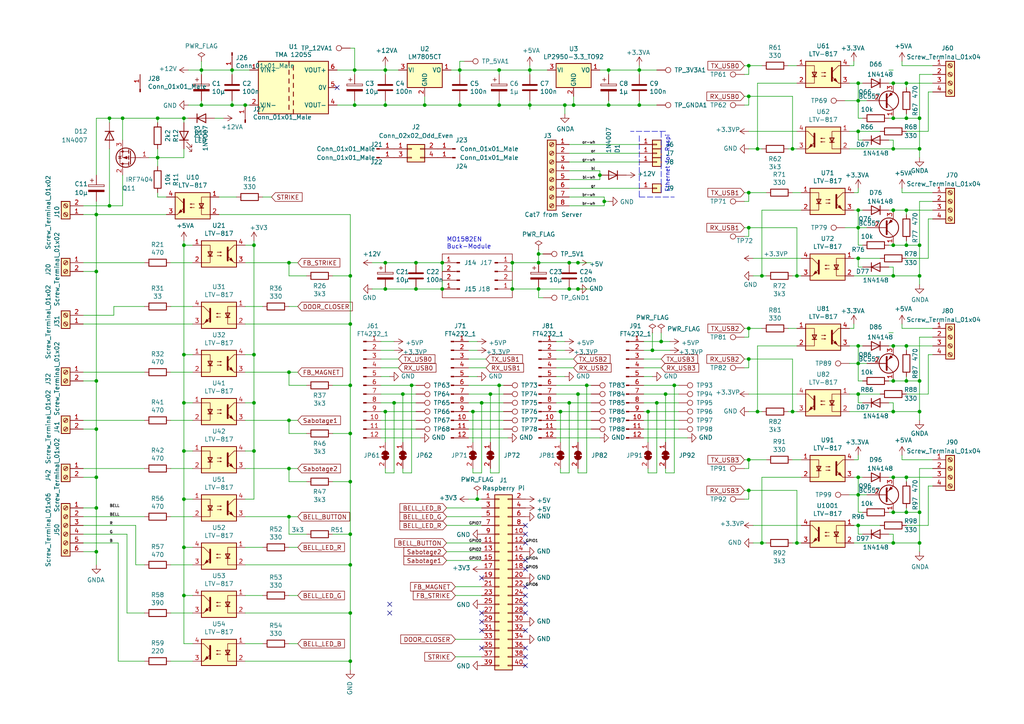
<source format=kicad_sch>
(kicad_sch (version 20211123) (generator eeschema)
  (paper "A4")
  (junction (at 101.6 177.8))
  (junction (at 266.7 148.59))
  (junction (at 248.92 74.93))
  (junction (at 137.16 119.38))
  (junction (at 176.53 20.32))
  (junction (at 262.89 24.13))
  (junction (at 190.5 116.84))
  (junction (at 123.19 30.48))
  (junction (at 259.08 110.49))
  (junction (at 156.21 76.2))
  (junction (at 53.34 71.12))
  (junction (at 167.64 83.82))
  (junction (at 162.56 119.38))
  (junction (at 144.78 30.48))
  (junction (at 73.66 71.12))
  (junction (at 259.08 60.96))
  (junction (at 219.71 119.38))
  (junction (at 231.14 157.48))
  (junction (at 185.42 20.32))
  (junction (at 248.92 100.33))
  (junction (at 217.17 104.14))
  (junction (at 259.08 138.43))
  (junction (at 163.83 30.48))
  (junction (at 176.53 30.48))
  (junction (at 248.92 29.21))
  (junction (at 27.94 62.23))
  (junction (at 248.92 152.4))
  (junction (at 248.92 143.51))
  (junction (at 128.27 83.82))
  (junction (at 248.92 105.41))
  (junction (at 83.82 76.2))
  (junction (at 128.27 76.2))
  (junction (at 67.31 30.48))
  (junction (at 219.71 43.18))
  (junction (at 53.34 130.81))
  (junction (at 111.76 30.48))
  (junction (at 156.21 83.82))
  (junction (at 111.76 83.82))
  (junction (at 262.89 110.49))
  (junction (at 193.04 114.3))
  (junction (at 170.18 111.76))
  (junction (at 262.89 148.59))
  (junction (at 101.6 139.7))
  (junction (at 229.87 43.18))
  (junction (at 133.35 20.32))
  (junction (at 248.92 24.13))
  (junction (at 101.6 111.76))
  (junction (at 116.84 114.3))
  (junction (at 144.78 20.32))
  (junction (at 262.89 138.43))
  (junction (at 83.82 107.95))
  (junction (at 220.98 157.48))
  (junction (at 259.08 24.13))
  (junction (at 262.89 34.29))
  (junction (at 248.92 38.1))
  (junction (at 120.65 76.2))
  (junction (at 262.89 71.12))
  (junction (at 165.1 116.84))
  (junction (at 73.66 102.87))
  (junction (at 195.58 111.76))
  (junction (at 102.87 20.32))
  (junction (at 119.38 111.76))
  (junction (at 156.21 73.66))
  (junction (at 114.3 116.84))
  (junction (at 73.66 130.81))
  (junction (at 139.7 116.84))
  (junction (at 217.17 66.04))
  (junction (at 167.64 114.3))
  (junction (at 262.89 60.96))
  (junction (at 53.34 158.75))
  (junction (at 248.92 60.96))
  (junction (at 120.65 83.82))
  (junction (at 266.7 43.18))
  (junction (at 259.08 71.12))
  (junction (at 27.94 160.02))
  (junction (at 101.6 154.94))
  (junction (at 187.96 119.38))
  (junction (at 53.34 34.29))
  (junction (at 175.26 58.42))
  (junction (at 35.56 34.29))
  (junction (at 101.6 80.01))
  (junction (at 53.34 116.84))
  (junction (at 111.76 20.32))
  (junction (at 142.24 114.3))
  (junction (at 31.75 59.69))
  (junction (at 71.12 30.48))
  (junction (at 31.75 34.29))
  (junction (at 111.76 119.38))
  (junction (at 231.14 80.01))
  (junction (at 266.7 71.12))
  (junction (at 53.34 172.72))
  (junction (at 217.17 133.35))
  (junction (at 83.82 149.86))
  (junction (at 259.08 100.33))
  (junction (at 27.94 124.46))
  (junction (at 101.6 163.83))
  (junction (at 27.94 138.43))
  (junction (at 101.6 93.98))
  (junction (at 153.67 20.32))
  (junction (at 148.59 83.82))
  (junction (at 217.17 27.94))
  (junction (at 153.67 30.48))
  (junction (at 259.08 119.38))
  (junction (at 217.17 55.88))
  (junction (at 259.08 80.01))
  (junction (at 185.42 30.48))
  (junction (at 248.92 114.3))
  (junction (at 27.94 147.32))
  (junction (at 266.7 34.29))
  (junction (at 148.59 76.2))
  (junction (at 73.66 116.84))
  (junction (at 53.34 144.78))
  (junction (at 262.89 100.33))
  (junction (at 166.37 30.48))
  (junction (at 101.6 191.77))
  (junction (at 111.76 76.2))
  (junction (at 266.7 157.48))
  (junction (at 45.72 34.29))
  (junction (at 53.34 102.87))
  (junction (at 217.17 95.25))
  (junction (at 248.92 138.43))
  (junction (at 173.99 50.8))
  (junction (at 259.08 148.59))
  (junction (at 45.72 45.72))
  (junction (at 217.17 19.05))
  (junction (at 102.87 30.48))
  (junction (at 58.42 20.32))
  (junction (at 27.94 78.74))
  (junction (at 83.82 135.89))
  (junction (at 189.23 101.6))
  (junction (at 165.1 83.82))
  (junction (at 266.7 119.38))
  (junction (at 259.08 43.18))
  (junction (at 248.92 66.04))
  (junction (at 266.7 110.49))
  (junction (at 133.35 30.48))
  (junction (at 229.87 119.38))
  (junction (at 191.77 99.06))
  (junction (at 266.7 80.01))
  (junction (at 58.42 30.48))
  (junction (at 167.64 76.2))
  (junction (at 83.82 121.92))
  (junction (at 220.98 80.01))
  (junction (at 165.1 76.2))
  (junction (at 259.08 34.29))
  (junction (at 27.94 110.49))
  (junction (at 217.17 142.24))
  (junction (at 101.6 125.73))
  (junction (at 259.08 157.48))
  (junction (at 67.31 20.32))
  (junction (at 144.78 111.76))
  (junction (at 138.43 144.78))
  (no_connect (at 152.4 182.88))
  (no_connect (at 152.4 170.18))
  (no_connect (at 152.4 175.26))
  (no_connect (at 113.03 175.26))
  (no_connect (at 152.4 193.04))
  (no_connect (at 97.79 25.4))
  (no_connect (at 152.4 152.4))
  (no_connect (at 139.7 187.96))
  (no_connect (at 152.4 157.48))
  (no_connect (at 139.7 180.34))
  (no_connect (at 139.7 177.8))
  (no_connect (at 139.7 182.88))
  (no_connect (at 152.4 172.72))
  (no_connect (at 152.4 190.5))
  (no_connect (at 152.4 187.96))
  (no_connect (at 139.7 167.64))
  (no_connect (at 152.4 165.1))
  (no_connect (at 152.4 154.94))
  (no_connect (at 152.4 177.8))
  (no_connect (at 113.03 177.8))
  (no_connect (at 152.4 162.56))
  (wire (pts (xy 215.9 68.58) (xy 217.17 68.58)))
  (wire (pts (xy 217.17 133.35) (xy 215.9 133.35)))
  (wire (pts (xy 24.13 110.49) (xy 27.94 110.49)))
  (wire (pts (xy 123.19 30.48) (xy 133.35 30.48)))
  (wire (pts (xy 27.94 138.43) (xy 27.94 147.32)))
  (wire (pts (xy 157.48 73.66) (xy 156.21 73.66)))
  (wire (pts (xy 135.89 127) (xy 147.32 127)))
  (wire (pts (xy 137.16 135.89) (xy 137.16 137.16)))
  (wire (pts (xy 97.79 20.32) (xy 102.87 20.32)))
  (wire (pts (xy 219.71 100.33) (xy 219.71 119.38)))
  (wire (pts (xy 231.14 80.01) (xy 232.41 80.01)))
  (wire (pts (xy 101.6 13.97) (xy 102.87 13.97)))
  (wire (pts (xy 111.76 76.2) (xy 120.65 76.2)))
  (wire (pts (xy 55.88 130.81) (xy 53.34 130.81)))
  (wire (pts (xy 245.11 66.04) (xy 248.92 66.04)))
  (wire (pts (xy 41.91 135.89) (xy 24.13 135.89)))
  (wire (pts (xy 229.87 157.48) (xy 231.14 157.48)))
  (wire (pts (xy 27.94 62.23) (xy 27.94 58.42)))
  (wire (pts (xy 24.13 78.74) (xy 27.94 78.74)))
  (wire (pts (xy 250.19 148.59) (xy 248.92 148.59)))
  (wire (pts (xy 193.04 137.16) (xy 195.58 137.16)))
  (wire (pts (xy 262.89 100.33) (xy 270.51 100.33)))
  (wire (pts (xy 217.17 38.1) (xy 231.14 38.1)))
  (wire (pts (xy 259.08 154.94) (xy 259.08 157.48)))
  (wire (pts (xy 217.17 97.79) (xy 217.17 95.25)))
  (wire (pts (xy 250.19 71.12) (xy 248.92 71.12)))
  (wire (pts (xy 76.2 186.69) (xy 71.12 186.69)))
  (wire (pts (xy 111.76 20.32) (xy 111.76 21.59)))
  (wire (pts (xy 248.92 105.41) (xy 248.92 100.33)))
  (wire (pts (xy 165.1 137.16) (xy 165.1 116.84)))
  (wire (pts (xy 54.61 30.48) (xy 58.42 30.48)))
  (wire (pts (xy 71.12 191.77) (xy 101.6 191.77)))
  (wire (pts (xy 67.31 30.48) (xy 71.12 30.48)))
  (wire (pts (xy 55.88 135.89) (xy 49.53 135.89)))
  (wire (pts (xy 191.77 99.06) (xy 194.31 99.06)))
  (wire (pts (xy 139.7 157.48) (xy 129.54 157.48)))
  (wire (pts (xy 63.5 62.23) (xy 101.6 62.23)))
  (wire (pts (xy 186.69 104.14) (xy 191.77 104.14)))
  (wire (pts (xy 128.27 76.2) (xy 128.27 78.74)))
  (wire (pts (xy 251.46 66.04) (xy 248.92 66.04)))
  (wire (pts (xy 270.51 26.67) (xy 269.24 26.67)))
  (wire (pts (xy 262.89 101.6) (xy 262.89 100.33)))
  (wire (pts (xy 110.49 109.22) (xy 113.03 109.22)))
  (wire (pts (xy 228.6 43.18) (xy 229.87 43.18)))
  (wire (pts (xy 102.87 20.32) (xy 102.87 21.59)))
  (wire (pts (xy 248.92 55.88) (xy 248.92 54.61)))
  (wire (pts (xy 217.17 144.78) (xy 215.9 144.78)))
  (wire (pts (xy 24.13 160.02) (xy 27.94 160.02)))
  (wire (pts (xy 187.96 137.16) (xy 190.5 137.16)))
  (wire (pts (xy 185.42 46.99) (xy 165.1 46.99)))
  (wire (pts (xy 266.7 21.59) (xy 266.7 34.29)))
  (wire (pts (xy 110.49 111.76) (xy 119.38 111.76)))
  (wire (pts (xy 266.7 34.29) (xy 266.7 43.18)))
  (wire (pts (xy 215.9 97.79) (xy 217.17 97.79)))
  (wire (pts (xy 248.92 66.04) (xy 248.92 60.96)))
  (wire (pts (xy 133.35 30.48) (xy 144.78 30.48)))
  (wire (pts (xy 250.19 100.33) (xy 248.92 100.33)))
  (wire (pts (xy 167.64 128.27) (xy 167.64 114.3)))
  (wire (pts (xy 175.26 57.15) (xy 165.1 57.15)))
  (wire (pts (xy 262.89 110.49) (xy 262.89 109.22)))
  (wire (pts (xy 195.58 137.16) (xy 195.58 111.76)))
  (wire (pts (xy 248.92 138.43) (xy 250.19 138.43)))
  (wire (pts (xy 101.6 191.77) (xy 101.6 194.31)))
  (wire (pts (xy 107.95 83.82) (xy 111.76 83.82)))
  (wire (pts (xy 53.34 71.12) (xy 55.88 71.12)))
  (wire (pts (xy 215.9 30.48) (xy 217.17 30.48)))
  (wire (pts (xy 259.08 138.43) (xy 262.89 138.43)))
  (wire (pts (xy 176.53 20.32) (xy 176.53 21.59)))
  (wire (pts (xy 217.17 21.59) (xy 217.17 19.05)))
  (wire (pts (xy 229.87 80.01) (xy 231.14 80.01)))
  (wire (pts (xy 248.92 34.29) (xy 248.92 29.21)))
  (wire (pts (xy 161.29 99.06) (xy 163.83 99.06)))
  (wire (pts (xy 217.17 114.3) (xy 231.14 114.3)))
  (wire (pts (xy 55.88 177.8) (xy 49.53 177.8)))
  (wire (pts (xy 73.66 71.12) (xy 73.66 102.87)))
  (wire (pts (xy 257.81 100.33) (xy 259.08 100.33)))
  (wire (pts (xy 217.17 142.24) (xy 217.17 144.78)))
  (wire (pts (xy 148.59 76.2) (xy 148.59 78.74)))
  (wire (pts (xy 153.67 20.32) (xy 158.75 20.32)))
  (wire (pts (xy 165.1 52.07) (xy 173.99 52.07)))
  (wire (pts (xy 34.29 191.77) (xy 34.29 157.48)))
  (wire (pts (xy 248.92 29.21) (xy 248.92 24.13)))
  (wire (pts (xy 189.23 96.52) (xy 189.23 101.6)))
  (wire (pts (xy 102.87 30.48) (xy 102.87 29.21)))
  (wire (pts (xy 58.42 30.48) (xy 58.42 29.21)))
  (wire (pts (xy 120.65 119.38) (xy 111.76 119.38)))
  (wire (pts (xy 232.41 74.93) (xy 218.44 74.93)))
  (wire (pts (xy 58.42 20.32) (xy 58.42 21.59)))
  (wire (pts (xy 116.84 137.16) (xy 119.38 137.16)))
  (wire (pts (xy 247.65 55.88) (xy 248.92 55.88)))
  (wire (pts (xy 261.62 54.61) (xy 261.62 55.88)))
  (wire (pts (xy 153.67 20.32) (xy 153.67 19.05)))
  (wire (pts (xy 27.94 62.23) (xy 24.13 62.23)))
  (wire (pts (xy 86.36 186.69) (xy 83.82 186.69)))
  (wire (pts (xy 142.24 114.3) (xy 135.89 114.3)))
  (wire (pts (xy 248.92 143.51) (xy 248.92 138.43)))
  (wire (pts (xy 123.19 30.48) (xy 111.76 30.48)))
  (wire (pts (xy 261.62 132.08) (xy 261.62 133.35)))
  (wire (pts (xy 217.17 55.88) (xy 215.9 55.88)))
  (wire (pts (xy 217.17 106.68) (xy 217.17 104.14)))
  (wire (pts (xy 39.37 163.83) (xy 41.91 163.83)))
  (wire (pts (xy 161.29 124.46) (xy 171.45 124.46)))
  (wire (pts (xy 41.91 177.8) (xy 36.83 177.8)))
  (wire (pts (xy 27.94 124.46) (xy 27.94 138.43)))
  (wire (pts (xy 259.08 34.29) (xy 257.81 34.29)))
  (wire (pts (xy 135.89 124.46) (xy 146.05 124.46)))
  (wire (pts (xy 266.7 97.79) (xy 266.7 110.49)))
  (wire (pts (xy 36.83 177.8) (xy 36.83 154.94)))
  (wire (pts (xy 167.64 114.3) (xy 171.45 114.3)))
  (wire (pts (xy 34.29 191.77) (xy 41.91 191.77)))
  (wire (pts (xy 266.7 80.01) (xy 266.7 71.12)))
  (wire (pts (xy 220.98 157.48) (xy 222.25 157.48)))
  (wire (pts (xy 45.72 34.29) (xy 45.72 35.56)))
  (wire (pts (xy 142.24 135.89) (xy 142.24 137.16)))
  (wire (pts (xy 71.12 93.98) (xy 101.6 93.98)))
  (wire (pts (xy 148.59 83.82) (xy 156.21 83.82)))
  (wire (pts (xy 248.92 148.59) (xy 248.92 143.51)))
  (wire (pts (xy 101.6 154.94) (xy 96.52 154.94)))
  (wire (pts (xy 266.7 135.89) (xy 270.51 135.89)))
  (wire (pts (xy 166.37 30.48) (xy 176.53 30.48)))
  (wire (pts (xy 49.53 163.83) (xy 55.88 163.83)))
  (wire (pts (xy 53.34 186.69) (xy 53.34 172.72)))
  (wire (pts (xy 53.34 43.18) (xy 53.34 45.72)))
  (wire (pts (xy 53.34 144.78) (xy 55.88 144.78)))
  (wire (pts (xy 120.65 114.3) (xy 116.84 114.3)))
  (wire (pts (xy 165.1 116.84) (xy 171.45 116.84)))
  (wire (pts (xy 96.52 111.76) (xy 101.6 111.76)))
  (wire (pts (xy 27.94 147.32) (xy 24.13 147.32)))
  (wire (pts (xy 148.59 81.28) (xy 148.59 83.82)))
  (wire (pts (xy 153.67 20.32) (xy 153.67 21.59)))
  (wire (pts (xy 133.35 20.32) (xy 144.78 20.32)))
  (wire (pts (xy 250.19 116.84) (xy 248.92 116.84)))
  (wire (pts (xy 217.17 19.05) (xy 215.9 19.05)))
  (wire (pts (xy 163.83 33.02) (xy 163.83 30.48)))
  (wire (pts (xy 251.46 143.51) (xy 248.92 143.51)))
  (wire (pts (xy 220.98 60.96) (xy 220.98 80.01)))
  (wire (pts (xy 24.13 59.69) (xy 31.75 59.69)))
  (wire (pts (xy 176.53 58.42) (xy 175.26 58.42)))
  (wire (pts (xy 83.82 76.2) (xy 86.36 76.2)))
  (wire (pts (xy 215.9 135.89) (xy 217.17 135.89)))
  (wire (pts (xy 45.72 43.18) (xy 45.72 45.72)))
  (wire (pts (xy 137.16 137.16) (xy 139.7 137.16)))
  (wire (pts (xy 129.54 160.02) (xy 139.7 160.02)))
  (wire (pts (xy 193.04 135.89) (xy 193.04 137.16)))
  (wire (pts (xy 262.89 34.29) (xy 266.7 34.29)))
  (wire (pts (xy 163.83 101.6) (xy 161.29 101.6)))
  (wire (pts (xy 111.76 83.82) (xy 120.65 83.82)))
  (wire (pts (xy 101.6 163.83) (xy 101.6 154.94)))
  (wire (pts (xy 43.18 45.72) (xy 45.72 45.72)))
  (wire (pts (xy 72.39 20.32) (xy 67.31 20.32)))
  (wire (pts (xy 120.65 121.92) (xy 110.49 121.92)))
  (wire (pts (xy 251.46 29.21) (xy 248.92 29.21)))
  (wire (pts (xy 34.29 157.48) (xy 24.13 157.48)))
  (wire (pts (xy 71.12 163.83) (xy 101.6 163.83)))
  (wire (pts (xy 41.91 107.95) (xy 24.13 107.95)))
  (wire (pts (xy 111.76 119.38) (xy 111.76 128.27)))
  (wire (pts (xy 102.87 20.32) (xy 111.76 20.32)))
  (wire (pts (xy 217.17 95.25) (xy 215.9 95.25)))
  (wire (pts (xy 193.04 128.27) (xy 193.04 114.3)))
  (wire (pts (xy 27.94 78.74) (xy 27.94 62.23)))
  (wire (pts (xy 259.08 80.01) (xy 247.65 80.01)))
  (wire (pts (xy 259.08 34.29) (xy 262.89 34.29)))
  (wire (pts (xy 55.88 149.86) (xy 49.53 149.86)))
  (wire (pts (xy 39.37 152.4) (xy 24.13 152.4)))
  (wire (pts (xy 247.65 60.96) (xy 248.92 60.96)))
  (wire (pts (xy 88.9 125.73) (xy 83.82 125.73)))
  (wire (pts (xy 73.66 102.87) (xy 73.66 116.84)))
  (wire (pts (xy 259.08 119.38) (xy 246.38 119.38)))
  (wire (pts (xy 111.76 137.16) (xy 114.3 137.16)))
  (wire (pts (xy 139.7 149.86) (xy 129.54 149.86)))
  (wire (pts (xy 266.7 157.48) (xy 259.08 157.48)))
  (wire (pts (xy 73.66 71.12) (xy 71.12 71.12)))
  (wire (pts (xy 161.29 109.22) (xy 163.83 109.22)))
  (wire (pts (xy 195.58 111.76) (xy 196.85 111.76)))
  (wire (pts (xy 110.49 101.6) (xy 114.3 101.6)))
  (wire (pts (xy 257.81 138.43) (xy 259.08 138.43)))
  (wire (pts (xy 217.17 119.38) (xy 219.71 119.38)))
  (wire (pts (xy 31.75 35.56) (xy 31.75 34.29)))
  (wire (pts (xy 217.17 27.94) (xy 217.17 30.48)))
  (wire (pts (xy 266.7 157.48) (xy 266.7 160.02)))
  (wire (pts (xy 86.36 135.89) (xy 83.82 135.89)))
  (wire (pts (xy 53.34 34.29) (xy 54.61 34.29)))
  (wire (pts (xy 269.24 114.3) (xy 262.89 114.3)))
  (wire (pts (xy 266.7 71.12) (xy 266.7 58.42)))
  (wire (pts (xy 245.11 29.21) (xy 248.92 29.21)))
  (wire (pts (xy 24.13 91.44) (xy 33.02 91.44)))
  (wire (pts (xy 101.6 139.7) (xy 101.6 154.94)))
  (wire (pts (xy 133.35 29.21) (xy 133.35 30.48)))
  (wire (pts (xy 220.98 138.43) (xy 220.98 157.48)))
  (wire (pts (xy 138.43 144.78) (xy 135.89 144.78)))
  (wire (pts (xy 248.92 110.49) (xy 248.92 105.41)))
  (wire (pts (xy 129.54 162.56) (xy 139.7 162.56)))
  (wire (pts (xy 219.71 43.18) (xy 220.98 43.18)))
  (wire (pts (xy 55.88 158.75) (xy 53.34 158.75)))
  (wire (pts (xy 67.31 30.48) (xy 58.42 30.48)))
  (wire (pts (xy 71.12 130.81) (xy 73.66 130.81)))
  (wire (pts (xy 153.67 31.75) (xy 153.67 30.48)))
  (polyline (pts (xy 148.59 86.36) (xy 128.27 86.36)) (stroke (width 0) (type solid) (color 132 0 0 1)))
  (wire (pts (xy 41.91 121.92) (xy 24.13 121.92)))
  (wire (pts (xy 248.92 77.47) (xy 248.92 74.93)))
  (wire (pts (xy 161.29 116.84) (xy 165.1 116.84)))
  (wire (pts (xy 111.76 20.32) (xy 111.76 19.05)))
  (wire (pts (xy 193.04 114.3) (xy 196.85 114.3)))
  (wire (pts (xy 250.19 24.13) (xy 248.92 24.13)))
  (wire (pts (xy 55.88 121.92) (xy 49.53 121.92)))
  (wire (pts (xy 261.62 17.78) (xy 261.62 19.05)))
  (wire (pts (xy 257.81 77.47) (xy 259.08 77.47)))
  (wire (pts (xy 134.62 17.78) (xy 133.35 17.78)))
  (wire (pts (xy 53.34 102.87) (xy 55.88 102.87)))
  (wire (pts (xy 139.7 190.5) (xy 132.08 190.5)))
  (wire (pts (xy 255.27 114.3) (xy 248.92 114.3)))
  (polyline (pts (xy 148.59 73.66) (xy 148.59 86.36)) (stroke (width 0) (type solid) (color 132 0 0 1)))
  (wire (pts (xy 101.6 139.7) (xy 96.52 139.7)))
  (wire (pts (xy 144.78 30.48) (xy 144.78 29.21)))
  (wire (pts (xy 229.87 119.38) (xy 231.14 119.38)))
  (wire (pts (xy 64.77 34.29) (xy 62.23 34.29)))
  (wire (pts (xy 257.81 154.94) (xy 259.08 154.94)))
  (wire (pts (xy 24.13 138.43) (xy 27.94 138.43)))
  (wire (pts (xy 231.14 66.04) (xy 217.17 66.04)))
  (wire (pts (xy 27.94 160.02) (xy 27.94 163.83)))
  (wire (pts (xy 191.77 96.52) (xy 191.77 99.06)))
  (wire (pts (xy 86.36 172.72) (xy 83.82 172.72)))
  (wire (pts (xy 123.19 30.48) (xy 123.19 27.94)))
  (wire (pts (xy 88.9 80.01) (xy 83.82 80.01)))
  (wire (pts (xy 88.9 111.76) (xy 83.82 111.76)))
  (wire (pts (xy 139.7 137.16) (xy 139.7 116.84)))
  (wire (pts (xy 248.92 74.93) (xy 247.65 74.93)))
  (wire (pts (xy 247.65 95.25) (xy 247.65 93.98)))
  (wire (pts (xy 110.49 106.68) (xy 115.57 106.68)))
  (wire (pts (xy 27.94 160.02) (xy 27.94 147.32)))
  (wire (pts (xy 217.17 135.89) (xy 217.17 133.35)))
  (wire (pts (xy 232.41 60.96) (xy 220.98 60.96)))
  (wire (pts (xy 71.12 30.48) (xy 72.39 30.48)))
  (wire (pts (xy 162.56 119.38) (xy 171.45 119.38)))
  (wire (pts (xy 261.62 133.35) (xy 270.51 133.35)))
  (wire (pts (xy 146.05 121.92) (xy 135.89 121.92)))
  (wire (pts (xy 68.58 57.15) (xy 63.5 57.15)))
  (wire (pts (xy 24.13 124.46) (xy 27.94 124.46)))
  (wire (pts (xy 259.08 43.18) (xy 246.38 43.18)))
  (wire (pts (xy 58.42 17.78) (xy 58.42 20.32)))
  (wire (pts (xy 248.92 24.13) (xy 246.38 24.13)))
  (wire (pts (xy 246.38 95.25) (xy 247.65 95.25)))
  (wire (pts (xy 161.29 119.38) (xy 162.56 119.38)))
  (wire (pts (xy 269.24 63.5) (xy 270.51 63.5)))
  (wire (pts (xy 48.26 57.15) (xy 45.72 57.15)))
  (wire (pts (xy 165.1 83.82) (xy 156.21 83.82)))
  (wire (pts (xy 156.21 73.66) (xy 156.21 76.2)))
  (wire (pts (xy 83.82 121.92) (xy 71.12 121.92)))
  (wire (pts (xy 186.69 124.46) (xy 196.85 124.46)))
  (wire (pts (xy 110.49 124.46) (xy 120.65 124.46)))
  (wire (pts (xy 36.83 154.94) (xy 24.13 154.94)))
  (wire (pts (xy 27.94 50.8) (xy 27.94 34.29)))
  (wire (pts (xy 165.1 49.53) (xy 173.99 49.53)))
  (wire (pts (xy 53.34 144.78) (xy 53.34 130.81)))
  (wire (pts (xy 186.69 119.38) (xy 187.96 119.38)))
  (wire (pts (xy 55.88 88.9) (xy 49.53 88.9)))
  (wire (pts (xy 167.64 76.2) (xy 171.45 76.2)))
  (wire (pts (xy 165.1 76.2) (xy 156.21 76.2)))
  (wire (pts (xy 135.89 106.68) (xy 140.97 106.68)))
  (wire (pts (xy 67.31 20.32) (xy 58.42 20.32)))
  (wire (pts (xy 217.17 142.24) (xy 215.9 142.24)))
  (wire (pts (xy 266.7 119.38) (xy 259.08 119.38)))
  (wire (pts (xy 257.81 148.59) (xy 259.08 148.59)))
  (wire (pts (xy 139.7 170.18) (xy 132.08 170.18)))
  (wire (pts (xy 156.21 72.39) (xy 156.21 73.66)))
  (wire (pts (xy 261.62 55.88) (xy 270.51 55.88)))
  (wire (pts (xy 232.41 152.4) (xy 218.44 152.4)))
  (wire (pts (xy 139.7 185.42) (xy 132.08 185.42)))
  (wire (pts (xy 257.81 20.32) (xy 259.08 20.32)))
  (wire (pts (xy 262.89 147.32) (xy 262.89 148.59)))
  (wire (pts (xy 146.05 114.3) (xy 142.24 114.3)))
  (wire (pts (xy 24.13 149.86) (xy 41.91 149.86)))
  (wire (pts (xy 231.14 157.48) (xy 232.41 157.48)))
  (wire (pts (xy 257.81 116.84) (xy 259.08 116.84)))
  (wire (pts (xy 128.27 81.28) (xy 128.27 83.82)))
  (wire (pts (xy 262.89 25.4) (xy 262.89 24.13)))
  (wire (pts (xy 101.6 125.73) (xy 101.6 139.7)))
  (wire (pts (xy 119.38 111.76) (xy 119.38 137.16)))
  (wire (pts (xy 262.89 139.7) (xy 262.89 138.43)))
  (wire (pts (xy 139.7 144.78) (xy 138.43 144.78)))
  (wire (pts (xy 231.14 95.25) (xy 228.6 95.25)))
  (wire (pts (xy 190.5 116.84) (xy 196.85 116.84)))
  (wire (pts (xy 137.16 128.27) (xy 137.16 119.38)))
  (wire (pts (xy 54.61 20.32) (xy 58.42 20.32)))
  (wire (pts (xy 45.72 45.72) (xy 45.72 48.26)))
  (wire (pts (xy 247.65 133.35) (xy 248.92 133.35)))
  (wire (pts (xy 133.35 21.59) (xy 133.35 20.32)))
  (wire (pts (xy 262.89 148.59) (xy 266.7 148.59)))
  (wire (pts (xy 41.91 76.2) (xy 24.13 76.2)))
  (wire (pts (xy 229.87 119.38) (xy 229.87 104.14)))
  (wire (pts (xy 167.64 83.82) (xy 165.1 83.82)))
  (wire (pts (xy 161.29 106.68) (xy 166.37 106.68)))
  (wire (pts (xy 101.6 93.98) (xy 101.6 111.76)))
  (wire (pts (xy 185.42 20.32) (xy 185.42 21.59)))
  (wire (pts (xy 248.92 154.94) (xy 248.92 152.4)))
  (wire (pts (xy 232.41 138.43) (xy 220.98 138.43)))
  (wire (pts (xy 173.99 52.07) (xy 173.99 50.8)))
  (wire (pts (xy 101.6 163.83) (xy 101.6 177.8)))
  (polyline (pts (xy 185.42 57.15) (xy 195.58 57.15)))
  (wire (pts (xy 53.34 172.72) (xy 55.88 172.72)))
  (wire (pts (xy 114.3 99.06) (xy 110.49 99.06)))
  (wire (pts (xy 156.21 86.36) (xy 156.21 83.82)))
  (wire (pts (xy 255.27 38.1) (xy 248.92 38.1)))
  (wire (pts (xy 161.29 127) (xy 173.99 127)))
  (wire (pts (xy 185.42 41.91) (xy 165.1 41.91)))
  (wire (pts (xy 176.53 30.48) (xy 185.42 30.48)))
  (wire (pts (xy 231.14 142.24) (xy 217.17 142.24)))
  (wire (pts (xy 220.98 95.25) (xy 217.17 95.25)))
  (wire (pts (xy 173.99 20.32) (xy 176.53 20.32)))
  (wire (pts (xy 102.87 30.48) (xy 97.79 30.48)))
  (wire (pts (xy 116.84 114.3) (xy 116.84 128.27)))
  (wire (pts (xy 229.87 104.14) (xy 217.17 104.14)))
  (wire (pts (xy 173.99 49.53) (xy 173.99 50.8)))
  (wire (pts (xy 135.89 101.6) (xy 138.43 101.6)))
  (wire (pts (xy 190.5 20.32) (xy 185.42 20.32)))
  (wire (pts (xy 73.66 116.84) (xy 73.66 130.81)))
  (wire (pts (xy 246.38 143.51) (xy 248.92 143.51)))
  (wire (pts (xy 166.37 30.48) (xy 166.37 27.94)))
  (wire (pts (xy 217.17 68.58) (xy 217.17 66.04)))
  (wire (pts (xy 53.34 158.75) (xy 53.34 144.78)))
  (wire (pts (xy 266.7 58.42) (xy 270.51 58.42)))
  (wire (pts (xy 257.81 40.64) (xy 259.08 40.64)))
  (wire (pts (xy 220.98 80.01) (xy 222.25 80.01)))
  (wire (pts (xy 186.69 111.76) (xy 195.58 111.76)))
  (wire (pts (xy 165.1 76.2) (xy 167.64 76.2)))
  (wire (pts (xy 33.02 88.9) (xy 41.91 88.9)))
  (wire (pts (xy 49.53 107.95) (xy 55.88 107.95)))
  (wire (pts (xy 135.89 109.22) (xy 138.43 109.22)))
  (wire (pts (xy 231.14 80.01) (xy 231.14 66.04)))
  (wire (pts (xy 148.59 76.2) (xy 156.21 76.2)))
  (wire (pts (xy 45.72 57.15) (xy 45.72 55.88)))
  (wire (pts (xy 161.29 111.76) (xy 170.18 111.76)))
  (wire (pts (xy 186.69 127) (xy 199.39 127)))
  (wire (pts (xy 111.76 30.48) (xy 111.76 29.21)))
  (wire (pts (xy 67.31 29.21) (xy 67.31 30.48)))
  (wire (pts (xy 185.42 44.45) (xy 165.1 44.45)))
  (wire (pts (xy 83.82 154.94) (xy 83.82 149.86)))
  (wire (pts (xy 247.65 138.43) (xy 248.92 138.43)))
  (wire (pts (xy 257.81 60.96) (xy 259.08 60.96)))
  (wire (pts (xy 190.5 137.16) (xy 190.5 116.84)))
  (wire (pts (xy 101.6 93.98) (xy 101.6 80.01)))
  (wire (pts (xy 120.65 111.76) (xy 119.38 111.76)))
  (wire (pts (xy 31.75 43.18) (xy 31.75 59.69)))
  (wire (pts (xy 53.34 45.72) (xy 45.72 45.72)))
  (wire (pts (xy 259.08 157.48) (xy 247.65 157.48)))
  (wire (pts (xy 229.87 43.18) (xy 229.87 27.94)))
  (wire (pts (xy 120.65 76.2) (xy 128.27 76.2)))
  (wire (pts (xy 73.66 71.12) (xy 73.66 69.85)))
  (wire (pts (xy 186.69 109.22) (xy 189.23 109.22)))
  (wire (pts (xy 73.66 130.81) (xy 73.66 144.78)))
  (wire (pts (xy 86.36 158.75) (xy 83.82 158.75)))
  (wire (pts (xy 269.24 152.4) (xy 269.24 140.97)))
  (wire (pts (xy 31.75 34.29) (xy 35.56 34.29)))
  (wire (pts (xy 101.6 111.76) (xy 101.6 125.73)))
  (wire (pts (xy 88.9 139.7) (xy 83.82 139.7)))
  (wire (pts (xy 246.38 19.05) (xy 247.65 19.05)))
  (wire (pts (xy 266.7 80.01) (xy 266.7 82.55)))
  (wire (pts (xy 110.49 114.3) (xy 116.84 114.3)))
  (wire (pts (xy 88.9 154.94) (xy 83.82 154.94)))
  (wire (pts (xy 139.7 116.84) (xy 135.89 116.84)))
  (wire (pts (xy 218.44 157.48) (xy 220.98 157.48)))
  (wire (pts (xy 250.19 110.49) (xy 248.92 110.49)))
  (wire (pts (xy 175.26 58.42) (xy 175.26 59.69)))
  (wire (pts (xy 266.7 148.59) (xy 266.7 135.89)))
  (wire (pts (xy 248.92 133.35) (xy 248.92 132.08)))
  (wire (pts (xy 83.82 135.89) (xy 71.12 135.89)))
  (wire (pts (xy 53.34 71.12) (xy 53.34 102.87)))
  (wire (pts (xy 83.82 111.76) (xy 83.82 107.95)))
  (wire (pts (xy 161.29 114.3) (xy 167.64 114.3)))
  (wire (pts (xy 170.18 137.16) (xy 170.18 111.76)))
  (wire (pts (xy 144.78 111.76) (xy 146.05 111.76)))
  (wire (pts (xy 71.12 107.95) (xy 83.82 107.95)))
  (wire (pts (xy 162.56 128.27) (xy 162.56 119.38)))
  (wire (pts (xy 186.69 106.68) (xy 191.77 106.68)))
  (wire (pts (xy 222.25 133.35) (xy 217.17 133.35)))
  (wire (pts (xy 261.62 95.25) (xy 270.51 95.25)))
  (wire (pts (xy 116.84 135.89) (xy 116.84 137.16)))
  (wire (pts (xy 259.08 148.59) (xy 262.89 148.59)))
  (wire (pts (xy 218.44 80.01) (xy 220.98 80.01)))
  (wire (pts (xy 55.88 93.98) (xy 24.13 93.98)))
  (wire (pts (xy 262.89 62.23) (xy 262.89 60.96)))
  (wire (pts (xy 83.82 88.9) (xy 86.36 88.9)))
  (wire (pts (xy 248.92 152.4) (xy 247.65 152.4)))
  (wire (pts (xy 67.31 21.59) (xy 67.31 20.32)))
  (wire (pts (xy 185.42 30.48) (xy 185.42 29.21)))
  (wire (pts (xy 86.36 121.92) (xy 83.82 121.92)))
  (wire (pts (xy 83.82 80.01) (xy 83.82 76.2)))
  (wire (pts (xy 111.76 135.89) (xy 111.76 137.16)))
  (wire (pts (xy 133.35 17.78) (xy 133.35 20.32)))
  (wire (pts (xy 262.89 34.29) (xy 262.89 33.02)))
  (wire (pts (xy 153.67 30.48) (xy 144.78 30.48)))
  (wire (pts (xy 170.18 111.76) (xy 171.45 111.76)))
  (wire (pts (xy 120.65 83.82) (xy 128.27 83.82)))
  (wire (pts (xy 39.37 163.83) (xy 39.37 152.4)))
  (wire (pts (xy 228.6 119.38) (xy 229.87 119.38)))
  (wire (pts (xy 45.72 34.29) (xy 53.34 34.29)))
  (wire (pts (xy 49.53 76.2) (xy 55.88 76.2)))
  (wire (pts (xy 135.89 104.14) (xy 140.97 104.14)))
  (wire (pts (xy 76.2 57.15) (xy 78.74 57.15)))
  (wire (pts (xy 175.26 57.15) (xy 175.26 58.42)))
  (wire (pts (xy 232.41 55.88) (xy 229.87 55.88)))
  (wire (pts (xy 219.71 24.13) (xy 219.71 43.18)))
  (wire (pts (xy 266.7 43.18) (xy 259.08 43.18)))
  (wire (pts (xy 196.85 121.92) (xy 186.69 121.92)))
  (wire (pts (xy 262.89 60.96) (xy 270.51 60.96)))
  (wire (pts (xy 187.96 128.27) (xy 187.96 119.38)))
  (wire (pts (xy 161.29 104.14) (xy 166.37 104.14)))
  (wire (pts (xy 76.2 158.75) (xy 71.12 158.75)))
  (wire (pts (xy 262.89 71.12) (xy 266.7 71.12)))
  (wire (pts (xy 262.89 69.85) (xy 262.89 71.12)))
  (wire (pts (xy 259.08 77.47) (xy 259.08 80.01)))
  (wire (pts (xy 31.75 59.69) (xy 35.56 59.69)))
  (wire (pts (xy 153.67 30.48) (xy 163.83 30.48)))
  (wire (pts (xy 248.92 60.96) (xy 250.19 60.96)))
  (wire (pts (xy 215.9 21.59) (xy 217.17 21.59)))
  (polyline (pts (xy 185.42 39.37) (xy 185.42 57.15)))
  (wire (pts (xy 144.78 20.32) (xy 153.67 20.32)))
  (wire (pts (xy 176.53 30.48) (xy 176.53 29.21)))
  (wire (pts (xy 229.87 27.94) (xy 217.17 27.94)))
  (wire (pts (xy 222.25 55.88) (xy 217.17 55.88)))
  (wire (pts (xy 262.89 110.49) (xy 266.7 110.49)))
  (wire (pts (xy 270.51 102.87) (xy 269.24 102.87)))
  (wire (pts (xy 157.48 86.36) (xy 156.21 86.36)))
  (wire (pts (xy 259.08 110.49) (xy 262.89 110.49)))
  (wire (pts (xy 229.87 43.18) (xy 231.14 43.18)))
  (wire (pts (xy 266.7 80.01) (xy 259.08 80.01)))
  (wire (pts (xy 231.14 24.13) (xy 219.71 24.13)))
  (wire (pts (xy 101.6 62.23) (xy 101.6 80.01)))
  (wire (pts (xy 270.51 21.59) (xy 266.7 21.59)))
  (wire (pts (xy 111.76 30.48) (xy 102.87 30.48)))
  (wire (pts (xy 76.2 88.9) (xy 71.12 88.9)))
  (wire (pts (xy 215.9 58.42) (xy 217.17 58.42)))
  (wire (pts (xy 71.12 149.86) (xy 83.82 149.86)))
  (wire (pts (xy 167.64 135.89) (xy 167.64 137.16)))
  (wire (pts (xy 138.43 99.06) (xy 135.89 99.06)))
  (wire (pts (xy 262.89 138.43) (xy 270.51 138.43)))
  (wire (pts (xy 27.94 34.29) (xy 31.75 34.29)))
  (wire (pts (xy 110.49 104.14) (xy 115.57 104.14)))
  (wire (pts (xy 138.43 143.51) (xy 138.43 144.78)))
  (wire (pts (xy 215.9 106.68) (xy 217.17 106.68)))
  (wire (pts (xy 176.53 20.32) (xy 185.42 20.32)))
  (wire (pts (xy 139.7 152.4) (xy 129.54 152.4)))
  (wire (pts (xy 189.23 101.6) (xy 186.69 101.6)))
  (wire (pts (xy 110.49 116.84) (xy 114.3 116.84)))
  (wire (pts (xy 171.45 121.92) (xy 161.29 121.92)))
  (wire (pts (xy 101.6 177.8) (xy 101.6 191.77)))
  (wire (pts (xy 107.95 76.2) (xy 111.76 76.2)))
  (wire (pts (xy 114.3 116.84) (xy 114.3 137.16)))
  (wire (pts (xy 71.12 116.84) (xy 73.66 116.84)))
  (wire (pts (xy 139.7 172.72) (xy 132.08 172.72)))
  (wire (pts (xy 269.24 74.93) (xy 269.24 63.5)))
  (wire (pts (xy 187.96 119.38) (xy 196.85 119.38)))
  (wire (pts (xy 153.67 30.48) (xy 153.67 29.21)))
  (wire (pts (xy 262.89 152.4) (xy 269.24 152.4)))
  (wire (pts (xy 266.7 157.48) (xy 266.7 148.59)))
  (wire (pts (xy 259.08 100.33) (xy 262.89 100.33)))
  (wire (pts (xy 120.65 116.84) (xy 114.3 116.84)))
  (wire (pts (xy 219.71 119.38) (xy 220.98 119.38)))
  (wire (pts (xy 250.19 77.47) (xy 248.92 77.47)))
  (wire (pts (xy 35.56 40.64) (xy 35.56 34.29)))
  (wire (pts (xy 269.24 26.67) (xy 269.24 38.1)))
  (wire (pts (xy 217.17 66.04) (xy 215.9 66.04)))
  (wire (pts (xy 162.56 135.89) (xy 162.56 137.16)))
  (wire (pts (xy 83.82 139.7) (xy 83.82 135.89)))
  (wire (pts (xy 73.66 102.87) (xy 71.12 102.87)))
  (wire (pts (xy 259.08 24.13) (xy 262.89 24.13)))
  (wire (pts (xy 55.88 186.69) (xy 53.34 186.69)))
  (wire (pts (xy 217.17 104.14) (xy 215.9 104.14)))
  (wire (pts (xy 186.69 99.06) (xy 191.77 99.06)))
  (wire (pts (xy 53.34 35.56) (xy 53.34 34.29)))
  (wire (pts (xy 48.26 62.23) (xy 27.94 62.23)))
  (wire (pts (xy 248.92 71.12) (xy 248.92 66.04)))
  (wire (pts (xy 187.96 135.89) (xy 187.96 137.16)))
  (wire (pts (xy 257.81 24.13) (xy 259.08 24.13)))
  (wire (pts (xy 185.42 54.61) (xy 165.1 54.61)))
  (wire (pts (xy 144.78 21.59) (xy 144.78 20.32)))
  (wire (pts (xy 35.56 34.29) (xy 45.72 34.29)))
  (wire (pts (xy 257.81 71.12) (xy 259.08 71.12)))
  (wire (pts (xy 130.81 20.32) (xy 133.35 20.32)))
  (wire (pts (xy 27.94 110.49) (xy 27.94 124.46)))
  (wire (pts (xy 175.26 59.69) (xy 165.1 59.69)))
  (wire (pts (xy 266.7 119.38) (xy 266.7 121.92)))
  (wire (pts (xy 83.82 107.95) (xy 86.36 107.95)))
  (wire (pts (xy 71.12 177.8) (xy 101.6 177.8)))
  (wire (pts (xy 266.7 43.18) (xy 266.7 45.72)))
  (wire (pts (xy 259.08 60.96) (xy 262.89 60.96)))
  (wire (pts (xy 53.34 116.84) (xy 53.34 130.81)))
  (wire (pts (xy 255.27 152.4) (xy 248.92 152.4)))
  (wire (pts (xy 261.62 19.05) (xy 270.51 19.05)))
  (wire (pts (xy 246.38 105.41) (xy 248.92 105.41)))
  (wire (pts (xy 96.52 80.01) (xy 101.6 80.01)))
  (wire (pts (xy 262.89 74.93) (xy 269.24 74.93)))
  (wire (pts (xy 144.78 137.16) (xy 144.78 111.76)))
  (wire (pts (xy 144.78 111.76) (xy 135.89 111.76)))
  (wire (pts (xy 232.41 133.35) (xy 229.87 133.35)))
  (wire (pts (xy 55.88 116.84) (xy 53.34 116.84)))
  (wire (pts (xy 53.34 116.84) (xy 53.34 102.87)))
  (wire (pts (xy 139.7 147.32) (xy 129.54 147.32)))
  (wire (pts (xy 115.57 20.32) (xy 111.76 20.32)))
  (wire (pts (xy 247.65 19.05) (xy 247.65 17.78)))
  (wire (pts (xy 248.92 114.3) (xy 246.38 114.3)))
  (wire (pts (xy 248.92 100.33) (xy 246.38 100.33)))
  (wire (pts (xy 101.6 125.73) (xy 96.52 125.73)))
  (wire (pts (xy 251.46 105.41) (xy 248.92 105.41)))
  (wire (pts (xy 194.31 101.6) (xy 189.23 101.6)))
  (wire (pts (xy 261.62 93.98) (xy 261.62 95.25)))
  (wire (pts (xy 163.83 30.48) (xy 166.37 30.48)))
  (wire (pts (xy 269.24 102.87) (xy 269.24 114.3)))
  (wire (pts (xy 137.16 119.38) (xy 135.89 119.38)))
  (wire (pts (xy 83.82 149.86) (xy 86.36 149.86)))
  (wire (pts (xy 33.02 91.44) (xy 33.02 88.9)))
  (wire (pts (xy 248.92 40.64) (xy 248.92 38.1)))
  (polyline (pts (xy 191.77 55.88) (xy 191.77 38.1)))
  (wire (pts (xy 49.53 191.77) (xy 55.88 191.77)))
  (wire (pts (xy 142.24 137.16) (xy 144.78 137.16)))
  (wire (pts (xy 259.08 110.49) (xy 257.81 110.49)))
  (wire (pts (xy 53.34 69.85) (xy 53.34 71.12)))
  (wire (pts (xy 259.08 116.84) (xy 259.08 119.38)))
  (wire (pts (xy 167.64 137.16) (xy 170.18 137.16)))
  (wire (pts (xy 102.87 13.97) (xy 102.87 20.32)))
  (wire (pts (xy 231.14 157.48) (xy 231.14 142.24)))
  (wire (pts (xy 217.17 43.18) (xy 219.71 43.18)))
  (wire (pts (xy 262.89 24.13) (xy 270.51 24.13)))
  (wire (pts (xy 250.19 40.64) (xy 248.92 40.64)))
  (wire (pts (xy 250.19 34.29) (xy 248.92 34.29)))
  (wire (pts (xy 111.76 119.38) (xy 110.49 119.38)))
  (wire (pts (xy 186.69 114.3) (xy 193.04 114.3)))
  (wire (pts (xy 248.92 38.1) (xy 246.38 38.1)))
  (wire (pts (xy 231.14 100.33) (xy 219.71 100.33)))
  (wire (pts (xy 185.42 30.48) (xy 190.5 30.48)))
  (wire (pts (xy 259.08 71.12) (xy 262.89 71.12)))
  (wire (pts (xy 220.98 19.05) (xy 217.17 19.05)))
  (wire (pts (xy 269.24 140.97) (xy 270.51 140.97)))
  (wire (pts (xy 142.24 128.27) (xy 142.24 114.3)))
  (wire (pts (xy 71.12 76.2) (xy 83.82 76.2)))
  (wire (pts (xy 231.14 19.05) (xy 228.6 19.05)))
  (polyline (pts (xy 128.27 73.66) (xy 148.59 73.66)) (stroke (width 0) (type solid) (color 132 0 0 1)))
  (wire (pts (xy 259.08 40.64) (xy 259.08 43.18)))
  (wire (pts (xy 73.66 144.78) (xy 71.12 144.78)))
  (wire (pts (xy 186.69 116.84) (xy 190.5 116.84)))
  (wire (pts (xy 248.92 116.84) (xy 248.92 114.3)))
  (wire (pts (xy 250.19 154.94) (xy 248.92 154.94)))
  (wire (pts (xy 217.17 27.94) (xy 215.9 27.94)))
  (wire (pts (xy 110.49 127) (xy 121.92 127)))
  (wire (pts (xy 266.7 110.49) (xy 266.7 119.38)))
  (polyline (pts (xy 128.27 86.36) (xy 128.27 73.66)) (stroke (width 0) (type solid) (color 132 0 0 1)))
  (wire (pts (xy 139.7 116.84) (xy 146.05 116.84)))
  (wire (pts (xy 255.27 74.93) (xy 248.92 74.93)))
  (wire (pts (xy 171.45 83.82) (xy 167.64 83.82)))
  (wire (pts (xy 269.24 38.1) (xy 262.89 38.1)))
  (wire (pts (xy 76.2 172.72) (xy 71.12 172.72)))
  (wire (pts (xy 146.05 119.38) (xy 137.16 119.38)))
  (polyline (pts (xy 193.04 38.1) (xy 182.88 38.1)))
  (wire (pts (xy 35.56 50.8) (xy 35.56 59.69)))
  (wire (pts (xy 257.81 96.52) (xy 259.08 96.52)))
  (wire (pts (xy 53.34 158.75) (xy 53.34 172.72)))
  (wire (pts (xy 162.56 137.16) (xy 165.1 137.16)))
  (wire (pts (xy 27.94 78.74) (xy 27.94 110.49)))
  (wire (pts (xy 270.51 97.79) (xy 266.7 97.79)))
  (wire (pts (xy 83.82 125.73) (xy 83.82 121.92)))
  (wire (pts (xy 185.42 20.32) (xy 185.42 19.05)))
  (wire (pts (xy 217.17 58.42) (xy 217.17 55.88)))
  (text "MO1582EN\nBuck-Module" (at 129.54 72.39 0) (effects (font (size 1.27 1.27)) (justify left bottom)))
  (text "Ethernet for Raspi" (at 194.31 55.88 90) (effects (font (size 1.1938 1.1938)) (justify left bottom)))
  (label "GPIO7" (at 139.7 152.4 180) (effects (font (size 0.7874 0.7874))))
  (label "gr-wh" (at 172.72 46.99 180) (effects (font (size 0.7874 0.7874))))
  (label "G" (at 31.75 154.94 0) (effects (font (size 0.7874 0.7874))))
  (label "GPIO4" (at 152.4 162.56 0) (effects (font (size 0.7874 0.7874))))
  (label "BELL" (at 31.75 149.86 0) (effects (font (size 0.7874 0.7874))))
  (label "GPIO3" (at 139.7 162.56 180) (effects (font (size 0.7874 0.7874))))
  (label "bl-wh" (at 172.72 52.07 180) (effects (font (size 0.7874 0.7874))))
  (label "BELL" (at 31.75 147.32 0) (effects (font (size 0.7874 0.7874))))
  (label "GPIO1" (at 152.4 157.48 0) (effects (font (size 0.7874 0.7874))))
  (label "or-wh" (at 172.72 41.91 180) (effects (font (size 0.7874 0.7874))))
  (label "bl" (at 172.72 49.53 180) (effects (font (size 0.7874 0.7874))))
  (label "GPIO5" (at 152.4 165.1 0) (effects (font (size 0.7874 0.7874))))
  (label "or" (at 172.72 44.45 180) (effects (font (size 0.7874 0.7874))))
  (label "br-wh" (at 172.72 57.15 180) (effects (font (size 0.7874 0.7874))))
  (label "br-wh" (at 172.72 59.69 180) (effects (font (size 0.7874 0.7874))))
  (label "R" (at 31.75 152.4 0) (effects (font (size 0.7874 0.7874))))
  (label "GPIO6" (at 152.4 170.18 0) (effects (font (size 0.7874 0.7874))))
  (label "GPIO0" (at 139.7 157.48 180) (effects (font (size 0.7874 0.7874))))
  (label "gr" (at 172.72 54.61 180) (effects (font (size 0.7874 0.7874))))
  (label "GPIO2" (at 139.7 160.02 180) (effects (font (size 0.7874 0.7874))))
  (label "B" (at 31.75 157.48 0) (effects (font (size 0.7874 0.7874))))
  (global_label "FB_MAGNET" (shape input) (at 132.08 170.18 180) (property "Referenzen zwischen Schaltplänen" "${INTERSHEET_REFS}" (effects hide)))
  (global_label "BELL_LED_B" (shape input) (at 86.36 186.69 0) (property "Referenzen zwischen Schaltplänen" "${INTERSHEET_REFS}" (effects hide)))
  (global_label "Sabotage2" (shape input) (at 86.36 135.89 0) (property "Referenzen zwischen Schaltplänen" "${INTERSHEET_REFS}" (effects hide)))
  (global_label "TX_USB2" (shape input) (at 166.37 104.14 0) (property "Referenzen zwischen Schaltplänen" "${INTERSHEET_REFS}" (effects hide)))
  (global_label "BELL_LED_R" (shape input) (at 86.36 158.75 0) (property "Referenzen zwischen Schaltplänen" "${INTERSHEET_REFS}" (effects hide)))
  (global_label "STRIKE" (shape input) (at 78.74 57.15 0) (property "Referenzen zwischen Schaltplänen" "${INTERSHEET_REFS}" (effects hide)))
  (global_label "TX_USB3" (shape input) (at 191.77 104.14 0) (property "Referenzen zwischen Schaltplänen" "${INTERSHEET_REFS}" (effects hide)))
  (global_label "RX_USB3" (shape input) (at 191.77 106.68 0) (property "Referenzen zwischen Schaltplänen" "${INTERSHEET_REFS}" (effects hide)))
  (global_label "BELL_LED_G" (shape input) (at 86.36 172.72 0) (property "Referenzen zwischen Schaltplänen" "${INTERSHEET_REFS}" (effects hide)))
  (global_label "BELL_BUTTON" (shape input) (at 86.36 149.86 0) (property "Referenzen zwischen Schaltplänen" "${INTERSHEET_REFS}" (effects hide)))
  (global_label "TX_USB1" (shape input) (at 215.9 55.88 180) (property "Referenzen zwischen Schaltplänen" "${INTERSHEET_REFS}" (effects hide)))
  (global_label "STRIKE" (shape input) (at 132.08 190.5 180) (property "Referenzen zwischen Schaltplänen" "${INTERSHEET_REFS}" (effects hide)))
  (global_label "TX_USB3" (shape input) (at 215.9 133.35 180) (property "Referenzen zwischen Schaltplänen" "${INTERSHEET_REFS}" (effects hide)))
  (global_label "RX_USB1" (shape input) (at 140.97 106.68 0) (property "Referenzen zwischen Schaltplänen" "${INTERSHEET_REFS}" (effects hide)))
  (global_label "RX_USB2" (shape input) (at 166.37 106.68 0) (property "Referenzen zwischen Schaltplänen" "${INTERSHEET_REFS}" (effects hide)))
  (global_label "RX_USB1" (shape input) (at 215.9 66.04 180) (property "Referenzen zwischen Schaltplänen" "${INTERSHEET_REFS}" (effects hide)))
  (global_label "FB_STRIKE" (shape input) (at 132.08 172.72 180) (property "Referenzen zwischen Schaltplänen" "${INTERSHEET_REFS}" (effects hide)))
  (global_label "DOOR_CLOSER" (shape input) (at 86.36 88.9 0) (property "Referenzen zwischen Schaltplänen" "${INTERSHEET_REFS}" (effects hide)))
  (global_label "TX_USB0" (shape input) (at 115.57 104.14 0) (property "Referenzen zwischen Schaltplänen" "${INTERSHEET_REFS}" (effects hide)))
  (global_label "Sabotage1" (shape input) (at 129.54 162.56 180) (property "Referenzen zwischen Schaltplänen" "${INTERSHEET_REFS}" (effects hide)))
  (global_label "RX_USB0" (shape input) (at 215.9 27.94 180) (property "Referenzen zwischen Schaltplänen" "${INTERSHEET_REFS}" (effects hide)))
  (global_label "RX_USB3" (shape input) (at 215.9 142.24 180) (property "Referenzen zwischen Schaltplänen" "${INTERSHEET_REFS}" (effects hide)))
  (global_label "Sabotage1" (shape input) (at 86.36 121.92 0) (property "Referenzen zwischen Schaltplänen" "${INTERSHEET_REFS}" (effects hide)))
  (global_label "TX_USB1" (shape input) (at 140.97 104.14 0) (property "Referenzen zwischen Schaltplänen" "${INTERSHEET_REFS}" (effects hide)))
  (global_label "TX_USB2" (shape input) (at 215.9 95.25 180) (property "Referenzen zwischen Schaltplänen" "${INTERSHEET_REFS}" (effects hide)))
  (global_label "FB_MAGNET" (shape input) (at 86.36 107.95 0) (property "Referenzen zwischen Schaltplänen" "${INTERSHEET_REFS}" (effects hide)))
  (global_label "BELL_BUTTON" (shape input) (at 129.54 157.48 180) (property "Referenzen zwischen Schaltplänen" "${INTERSHEET_REFS}" (effects hide)))
  (global_label "TX_USB0" (shape input) (at 215.9 19.05 180) (property "Referenzen zwischen Schaltplänen" "${INTERSHEET_REFS}" (effects hide)))
  (global_label "Sabotage2" (shape input) (at 129.54 160.02 180) (property "Referenzen zwischen Schaltplänen" "${INTERSHEET_REFS}" (effects hide)))
  (global_label "BELL_LED_R" (shape input) (at 129.54 152.4 180) (property "Referenzen zwischen Schaltplänen" "${INTERSHEET_REFS}" (effects hide)))
  (global_label "RX_USB0" (shape input) (at 115.57 106.68 0) (property "Referenzen zwischen Schaltplänen" "${INTERSHEET_REFS}" (effects hide)))
  (global_label "DOOR_CLOSER" (shape input) (at 132.08 185.42 180) (property "Referenzen zwischen Schaltplänen" "${INTERSHEET_REFS}" (effects hide)))
  (global_label "FB_STRIKE" (shape input) (at 86.36 76.2 0) (property "Referenzen zwischen Schaltplänen" "${INTERSHEET_REFS}" (effects hide)))
  (global_label "BELL_LED_B" (shape input) (at 129.54 147.32 180) (property "Referenzen zwischen Schaltplänen" "${INTERSHEET_REFS}" (effects hide)))
  (global_label "BELL_LED_G" (shape input) (at 129.54 149.86 180) (property "Referenzen zwischen Schaltplänen" "${INTERSHEET_REFS}" (effects hide)))
  (global_label "RX_USB2" (shape input) (at 215.9 104.14 180) (property "Referenzen zwischen Schaltplänen" "${INTERSHEET_REFS}" (effects hide)))
  (symbol (lib_id "Connector_Generic:Conn_02x20_Odd_Even") (at 144.78 167.64 0) (unit 1)
    (property "Reference" "J1" (at 146.05 139.2682 0))
    (property "Value" "Raspberry Pi" (at 146.05 141.5796 0))
    (property "Footprint" "Connector_PinSocket_2.54mm:PinSocket_2x20_P2.54mm_Vertical" (effects hide))
  )
  (symbol (lib_id "power:+5V") (at 152.4 144.78 270) (unit 1)
    (property "Reference" "#PWR021" (effects hide))
    (property "Value" "+5V" (at 155.6512 145.161 90) (effects (justify left)))
  )
  (symbol (lib_id "power:GND") (at 152.4 149.86 90) (unit 1)
    (property "Reference" "#PWR023" (effects hide))
    (property "Value" "GND" (at 155.6512 149.733 90) (effects (justify right)))
  )
  (symbol (lib_id "power:+5V") (at 152.4 147.32 270) (unit 1)
    (property "Reference" "#PWR022" (effects hide))
    (property "Value" "+5V" (at 155.6512 147.701 90) (effects (justify left)))
  )
  (symbol (lib_id "power:GND") (at 152.4 160.02 90) (unit 1)
    (property "Reference" "#PWR024" (effects hide))
    (property "Value" "GND" (at 155.6512 159.893 90) (effects (justify right)))
  )
  (symbol (lib_id "power:GND") (at 152.4 167.64 90) (unit 1)
    (property "Reference" "#PWR025" (effects hide))
    (property "Value" "GND" (at 155.6512 167.513 90) (effects (justify right)))
  )
  (symbol (lib_id "power:GND") (at 152.4 180.34 90) (unit 1)
    (property "Reference" "#PWR026" (effects hide))
    (property "Value" "GND" (at 155.6512 180.213 90) (effects (justify right)))
  )
  (symbol (lib_id "power:GND") (at 152.4 185.42 90) (unit 1)
    (property "Reference" "#PWR027" (effects hide))
    (property "Value" "GND" (at 155.6512 185.293 90) (effects (justify right)))
  )
  (symbol (lib_id "power:GND") (at 139.7 193.04 270) (unit 1)
    (property "Reference" "#PWR020" (effects hide))
    (property "Value" "GND" (at 136.4488 193.167 90) (effects (justify right)))
  )
  (symbol (lib_id "power:GND") (at 139.7 175.26 270) (unit 1)
    (property "Reference" "#PWR019" (effects hide))
    (property "Value" "GND" (at 136.4488 175.387 90) (effects (justify right)))
  )
  (symbol (lib_id "power:GND") (at 139.7 154.94 270) (unit 1)
    (property "Reference" "#PWR017" (effects hide))
    (property "Value" "GND" (at 136.4488 155.067 90) (effects (justify right)))
  )
  (symbol (lib_id "Isolator:LTV-817") (at 63.5 161.29 0) (mirror y) (unit 1)
    (property "Reference" "U52" (at 63.5 153.035 0))
    (property "Value" "LTV-817" (at 63.5 155.3464 0))
    (property "Footprint" "Package_DIP:DIP-4_W7.62mm" (effects hide))
    (property "Datasheet" "http://www.us.liteon.com/downloads/LTV-817-827-847.PDF" (effects hide))
  )
  (symbol (lib_id "Regulator_Switching:NMA1205SC") (at 85.09 25.4 0) (unit 1)
    (property "Reference" "U1" (at 85.09 13.5382 0))
    (property "Value" "TMA 1205S" (at 85.09 15.8496 0))
    (property "Footprint" "Package_SIP:SIP9_Housing_BigPads" (effects hide))
    (property "Datasheet" "http://power.murata.com/data/power/ncl/kdc_nma.pdf" (effects hide))
  )
  (symbol (lib_id "power:+12V") (at 107.95 76.2 90) (unit 1)
    (property "Reference" "#PWR012" (effects hide))
    (property "Value" "+12V" (at 110.49 73.66 90) (effects (justify left)))
  )
  (symbol (lib_id "power:GNDA") (at 163.83 33.02 0) (unit 1)
    (property "Reference" "#PWR030" (effects hide))
    (property "Value" "GNDA" (at 163.957 37.4142 0))
  )
  (symbol (lib_id "power:+5VA") (at 153.67 19.05 0) (unit 1)
    (property "Reference" "#PWR029" (effects hide))
    (property "Value" "+5VA" (at 154.051 14.6558 0))
  )
  (symbol (lib_id "power:GND") (at 107.95 83.82 270) (unit 1)
    (property "Reference" "#PWR013" (effects hide))
    (property "Value" "GND" (at 109.22 86.36 90) (effects (justify right)))
  )
  (symbol (lib_id "power:GND") (at 167.64 83.82 90) (unit 1)
    (property "Reference" "#PWR032" (effects hide))
    (property "Value" "GND" (at 170.8912 83.693 90) (effects (justify right)))
  )
  (symbol (lib_id "power:+5V") (at 167.64 76.2 270) (unit 1)
    (property "Reference" "#PWR031" (effects hide))
    (property "Value" "+5V" (at 170.8912 76.581 90) (effects (justify left)))
  )
  (symbol (lib_id "Device:C") (at 165.1 80.01 0) (unit 1)
    (property "Reference" "C24" (at 168.021 78.8416 0) (effects (justify left)))
    (property "Value" "100n" (at 168.021 81.153 0) (effects (justify left)))
    (property "Footprint" "Capacitor_THT:CP_Radial_D14.0mm_P7.50mm" (effects hide))
  )
  (symbol (lib_id "Device:CP") (at 156.21 80.01 0) (unit 1)
    (property "Reference" "C23" (at 159.2072 78.8416 0) (effects (justify left)))
    (property "Value" "10µ" (at 159.2072 81.153 0) (effects (justify left)))
    (property "Footprint" "Capacitor_THT:CP_Radial_D14.0mm_P7.50mm" (effects hide))
  )
  (symbol (lib_id "Device:CP") (at 111.76 80.01 0) (unit 1)
    (property "Reference" "C21" (at 114.7572 78.8416 0) (effects (justify left)))
    (property "Value" "10µ" (at 114.7572 81.153 0) (effects (justify left)))
    (property "Footprint" "Capacitor_THT:CP_Radial_D14.0mm_P7.50mm" (effects hide))
  )
  (symbol (lib_id "Device:C") (at 120.65 80.01 0) (unit 1)
    (property "Reference" "C22" (at 123.571 78.8416 0) (effects (justify left)))
    (property "Value" "100n" (at 123.571 81.153 0) (effects (justify left)))
    (property "Footprint" "Capacitor_THT:CP_Radial_D14.0mm_P7.50mm" (effects hide))
  )
  (symbol (lib_id "Device:C") (at 67.31 25.4 0) (unit 1)
    (property "Reference" "C2" (at 70.231 24.2316 0) (effects (justify left)))
    (property "Value" "100n" (at 70.231 26.543 0) (effects (justify left)))
    (property "Footprint" "Capacitor_THT:C_Disc_D3.0mm_W2.0mm_P2.50mm" (effects hide))
  )
  (symbol (lib_id "Device:CP") (at 58.42 25.4 0) (unit 1)
    (property "Reference" "C1" (at 61.4172 24.2316 0) (effects (justify left)))
    (property "Value" "10µ" (at 61.4172 26.543 0) (effects (justify left)))
    (property "Footprint" "Capacitor_THT:CP_Radial_D13.0mm_P7.50mm" (effects hide))
  )
  (symbol (lib_id "power:GND") (at 54.61 30.48 270) (unit 1)
    (property "Reference" "#PWR06" (effects hide))
    (property "Value" "GND" (at 51.3588 30.607 90) (effects (justify right)))
  )
  (symbol (lib_id "power:+12V") (at 54.61 20.32 90) (unit 1)
    (property "Reference" "#PWR05" (effects hide))
    (property "Value" "+12V" (at 51.3588 19.939 90) (effects (justify left)))
  )
  (symbol (lib_id "Device:CP") (at 102.87 25.4 0) (unit 1)
    (property "Reference" "C3" (at 105.8672 24.2316 0) (effects (justify left)))
    (property "Value" "10µ" (at 105.8672 26.543 0) (effects (justify left)))
    (property "Footprint" "Capacitor_THT:CP_Radial_D14.0mm_P7.50mm" (effects hide))
  )
  (symbol (lib_id "Device:C") (at 111.76 25.4 0) (unit 1)
    (property "Reference" "C4" (at 114.681 24.2316 0) (effects (justify left)))
    (property "Value" "100n" (at 114.681 26.543 0) (effects (justify left)))
    (property "Footprint" "Capacitor_THT:C_Disc_D3.0mm_W2.0mm_P2.50mm" (effects hide))
  )
  (symbol (lib_id "Connector:Screw_Terminal_01x04") (at 275.59 21.59 0) (unit 1)
    (property "Reference" "J60" (at 273.05 13.97 0) (effects (justify left)))
    (property "Value" "Screw_Terminal_01x04" (at 262.89 16.51 0) (effects (justify left)))
    (property "Footprint" "Connector_Phoenix_MSTB:PhoenixContact_MSTBA_2,5_4-G-5,08_1x04_P5.08mm_Horizontal" (effects hide))
  )
  (symbol (lib_id "Connector:Screw_Terminal_01x06") (at 19.05 152.4 0) (mirror y) (unit 1)
    (property "Reference" "J50" (at 16.51 153.67 90))
    (property "Value" "Screw_Terminal_01x06" (at 13.97 153.67 90))
    (property "Footprint" "Connector_Phoenix_MSTB:PhoenixContact_MSTBA_2,5_6-G-5,08_1x06_P5.08mm_Horizontal" (effects hide))
  )
  (symbol (lib_id "Connector:Screw_Terminal_01x08") (at 160.02 49.53 0) (mirror y) (unit 1)
    (property "Reference" "J3" (at 160.02 39.37 0) (effects (justify left)))
    (property "Value" "Cat7 from Server" (at 168.91 62.23 0) (effects (justify left)))
    (property "Footprint" "Connector_RJ:RJ45_Wuerth_7499010121A_Horizontal" (effects hide))
  )
  (symbol (lib_id "Connector_Generic:Conn_01x01") (at 190.5 41.91 0) (mirror x) (unit 1)
    (property "Reference" "J6" (at 194.31 41.91 0))
    (property "Value" " " (at 188.468 38.5064 0))
    (property "Footprint" "Connector_Wire:SolderWirePad_1x02_P3.81mm_Drill0.8mm" (effects hide))
  )
  (symbol (lib_id "Connector_Generic:Conn_01x01") (at 190.5 44.45 0) (mirror x) (unit 1)
    (property "Reference" "J7" (at 194.31 44.45 0))
    (property "Value" " " (at 188.468 41.0464 0))
    (property "Footprint" "Connector_Wire:SolderWirePad_1x02_P3.81mm_Drill0.8mm" (effects hide))
  )
  (symbol (lib_id "Connector_Generic:Conn_01x01") (at 190.5 46.99 0) (mirror x) (unit 1)
    (property "Reference" "J8" (at 194.31 46.99 0))
    (property "Value" " " (at 188.468 43.5864 0))
    (property "Footprint" "Connector_Wire:SolderWirePad_1x02_P3.81mm_Drill0.8mm" (effects hide))
  )
  (symbol (lib_id "Connector_Generic:Conn_01x01") (at 190.5 54.61 0) (mirror x) (unit 1)
    (property "Reference" "J9" (at 194.31 54.61 0))
    (property "Value" " " (at 188.468 51.2064 0))
    (property "Footprint" "Connector_Wire:SolderWirePad_1x02_P3.81mm_Drill0.8mm" (effects hide))
  )
  (symbol (lib_id "power:GND") (at 176.53 58.42 90) (mirror x) (unit 1)
    (property "Reference" "#PWR03" (effects hide))
    (property "Value" "GND" (at 179.7812 58.547 90) (effects (justify right)))
  )
  (symbol (lib_id "power:+12V") (at 181.61 50.8 270) (mirror x) (unit 1)
    (property "Reference" "#PWR02" (effects hide))
    (property "Value" "+12V" (at 184.8612 50.419 90) (effects (justify left)))
  )
  (symbol (lib_id "Isolator:LTV-817") (at 238.76 40.64 0) (mirror y) (unit 1)
    (property "Reference" "U62" (at 238.76 32.385 0))
    (property "Value" "LTV-817" (at 238.76 34.6964 0))
    (property "Footprint" "Package_DIP:DIP-4_W7.62mm" (effects hide))
    (property "Datasheet" "http://www.us.liteon.com/downloads/LTV-817-827-847.PDF" (effects hide))
  )
  (symbol (lib_id "Isolator:LTV-817") (at 238.76 21.59 0) (unit 1)
    (property "Reference" "U61" (at 238.76 13.335 0))
    (property "Value" "LTV-817" (at 238.76 15.6464 0))
    (property "Footprint" "Package_DIP:DIP-4_W7.62mm" (effects hide))
    (property "Datasheet" "http://www.us.liteon.com/downloads/LTV-817-827-847.PDF" (effects hide))
  )
  (symbol (lib_id "Isolator:LTV-817") (at 63.5 91.44 0) (mirror y) (unit 1)
    (property "Reference" "U31" (at 63.5 83.185 0))
    (property "Value" "LTV-817" (at 63.5 85.4964 0))
    (property "Footprint" "Package_DIP:DIP-4_W7.62mm" (effects hide))
    (property "Datasheet" "http://www.us.liteon.com/downloads/LTV-817-827-847.PDF" (effects hide))
  )
  (symbol (lib_id "Isolator:LTV-817") (at 63.5 105.41 0) (unit 1)
    (property "Reference" "U32" (at 63.5 97.155 0))
    (property "Value" "LTV-817" (at 63.5 99.4664 0))
    (property "Footprint" "Package_DIP:DIP-4_W7.62mm" (effects hide))
    (property "Datasheet" "http://www.us.liteon.com/downloads/LTV-817-827-847.PDF" (effects hide))
  )
  (symbol (lib_id "Isolator:LTV-817") (at 63.5 175.26 0) (mirror y) (unit 1)
    (property "Reference" "U53" (at 63.5 167.005 0))
    (property "Value" "LTV-817" (at 63.5 169.3164 0))
    (property "Footprint" "Package_DIP:DIP-4_W7.62mm" (effects hide))
    (property "Datasheet" "http://www.us.liteon.com/downloads/LTV-817-827-847.PDF" (effects hide))
  )
  (symbol (lib_id "Isolator:LTV-817") (at 63.5 189.23 0) (mirror y) (unit 1)
    (property "Reference" "U54" (at 63.5 180.975 0))
    (property "Value" "LTV-817" (at 63.5 183.2864 0))
    (property "Footprint" "Package_DIP:DIP-4_W7.62mm" (effects hide))
    (property "Datasheet" "http://www.us.liteon.com/downloads/LTV-817-827-847.PDF" (effects hide))
  )
  (symbol (lib_id "Isolator:LTV-817") (at 63.5 147.32 0) (unit 1)
    (property "Reference" "U51" (at 63.5 139.065 0))
    (property "Value" "LTV-817" (at 63.5 141.3764 0))
    (property "Footprint" "Package_DIP:DIP-4_W7.62mm" (effects hide))
    (property "Datasheet" "http://www.us.liteon.com/downloads/LTV-817-827-847.PDF" (effects hide))
  )
  (symbol (lib_id "Connector:Screw_Terminal_01x02") (at 19.05 93.98 180) (unit 1)
    (property "Reference" "J31" (at 16.51 91.44 90) (effects (justify left)))
    (property "Value" "Screw_Terminal_01x02" (at 13.97 82.55 90) (effects (justify left)))
    (property "Footprint" "Connector_Phoenix_MSTB:PhoenixContact_MSTBA_2,5_2-G-5,08_1x02_P5.08mm_Horizontal" (effects hide))
  )
  (symbol (lib_id "Connector:Screw_Terminal_01x02") (at 19.05 107.95 0) (mirror y) (unit 1)
    (property "Reference" "J32" (at 13.97 111.76 90) (effects (justify left)))
    (property "Value" "Screw_Terminal_01x02" (at 16.51 120.65 90) (effects (justify left)))
    (property "Footprint" "Connector_Phoenix_MSTB:PhoenixContact_MSTBA_2,5_2-G-5,08_1x02_P5.08mm_Horizontal" (effects hide))
  )
  (symbol (lib_id "Regulator_Linear:LP2950-3.3_TO92") (at 166.37 20.32 0) (unit 1)
    (property "Reference" "U3" (at 166.37 14.1732 0))
    (property "Value" "LP2950-3.3_TO92" (at 166.37 16.4846 0))
    (property "Footprint" "Package_TO_SOT_THT:TO-92_Inline" (effects hide))
    (property "Datasheet" "http://www.ti.com/lit/ds/symlink/lp2950-n.pdf" (effects hide))
  )
  (symbol (lib_id "Connector:Conn_01x12_Male") (at 105.41 111.76 0) (unit 1)
    (property "Reference" "J61" (at 108.1024 94.5388 0))
    (property "Value" "FT4232_1" (at 108.1024 96.8502 0))
    (property "Footprint" "Connector_PinSocket_2.54mm:PinSocket_1x12_P2.54mm_Vertical" (effects hide))
  )
  (symbol (lib_id "power:GND") (at 101.6 194.31 0) (mirror y) (unit 1)
    (property "Reference" "#PWR09" (effects hide))
    (property "Value" "GND" (at 101.473 197.5612 90) (effects (justify right)))
  )
  (symbol (lib_id "Device:R") (at 92.71 154.94 270) (mirror x) (unit 1)
    (property "Reference" "R51" (at 97.79 153.67 90))
    (property "Value" "3k3" (at 86.36 153.67 90))
    (property "Footprint" "Resistor_THT:R_Axial_DIN0207_L6.3mm_D2.5mm_P10.16mm_Horizontal" (effects hide))
  )
  (symbol (lib_id "Device:C") (at 153.67 25.4 0) (unit 1)
    (property "Reference" "C7" (at 156.591 24.2316 0) (effects (justify left)))
    (property "Value" "100n" (at 156.591 26.543 0) (effects (justify left)))
    (property "Footprint" "Capacitor_THT:C_Disc_D3.0mm_W2.0mm_P2.50mm" (effects hide))
  )
  (symbol (lib_id "Device:C") (at 185.42 25.4 0) (unit 1)
    (property "Reference" "C9" (at 188.341 24.2316 0) (effects (justify left)))
    (property "Value" "100n" (at 188.341 26.543 0) (effects (justify left)))
    (property "Footprint" "Capacitor_THT:C_Disc_D3.0mm_W2.0mm_P2.50mm" (effects hide))
  )
  (symbol (lib_id "Device:CP") (at 176.53 25.4 0) (unit 1)
    (property "Reference" "C8" (at 179.5272 24.2316 0) (effects (justify left)))
    (property "Value" "1µ" (at 179.5272 26.543 0) (effects (justify left)))
    (property "Footprint" "Capacitor_THT:CP_Radial_Tantal_D5.5mm_P2.50mm" (effects hide))
  )
  (symbol (lib_id "Device:R") (at 80.01 158.75 90) (mirror x) (unit 1)
    (property "Reference" "R52" (at 80.01 153.4922 90))
    (property "Value" "330" (at 80.01 155.8036 90))
    (property "Footprint" "Resistor_THT:R_Axial_DIN0207_L6.3mm_D2.5mm_P10.16mm_Horizontal" (effects hide))
  )
  (symbol (lib_id "Device:R") (at 80.01 172.72 90) (mirror x) (unit 1)
    (property "Reference" "R53" (at 80.01 167.4622 90))
    (property "Value" "330" (at 80.01 169.7736 90))
    (property "Footprint" "Resistor_THT:R_Axial_DIN0207_L6.3mm_D2.5mm_P10.16mm_Horizontal" (effects hide))
  )
  (symbol (lib_id "Device:R") (at 80.01 186.69 90) (mirror x) (unit 1)
    (property "Reference" "R54" (at 80.01 181.4322 90))
    (property "Value" "330" (at 80.01 183.7436 90))
    (property "Footprint" "Resistor_THT:R_Axial_DIN0207_L6.3mm_D2.5mm_P10.16mm_Horizontal" (effects hide))
  )
  (symbol (lib_id "power:+3.3VA") (at 185.42 19.05 0) (unit 1)
    (property "Reference" "#PWR034" (effects hide))
    (property "Value" "+3.3VA" (at 181.61 15.24 0) (effects (justify left)))
  )
  (symbol (lib_id "power:+3.3V") (at 135.89 144.78 90) (unit 1)
    (property "Reference" "#PWR016" (effects hide))
    (property "Value" "+3.3V" (at 132.6388 144.399 90) (effects (justify left)))
  )
  (symbol (lib_id "power:+3.3V") (at 139.7 165.1 90) (unit 1)
    (property "Reference" "#PWR018" (effects hide))
    (property "Value" "+3.3V" (at 136.4488 164.719 90) (effects (justify left)))
  )
  (symbol (lib_id "Connector:Conn_01x02_Male") (at 133.35 76.2 0) (mirror y) (unit 1)
    (property "Reference" "J14" (at 134.62 76.2 0) (effects (justify right)))
    (property "Value" " " (at 134.0612 79.1972 0) (effects (justify right)))
    (property "Footprint" "Connector_Wire:SolderWirePad_1x02_P3.81mm_Drill0.8mm" (effects hide))
  )
  (symbol (lib_id "Connector:Conn_01x02_Male") (at 133.35 83.82 180) (unit 1)
    (property "Reference" "J15" (at 134.62 83.82 0) (effects (justify right)))
    (property "Value" " " (at 134.0612 83.0834 0) (effects (justify right)))
    (property "Footprint" "Connector_Wire:SolderWirePad_1x02_P3.81mm_Drill0.8mm" (effects hide))
  )
  (symbol (lib_id "Connector:Conn_01x02_Male") (at 143.51 76.2 0) (unit 1)
    (property "Reference" "J17" (at 140.97 76.2 0))
    (property "Value" " " (at 146.2024 73.9902 0))
    (property "Footprint" "Connector_Wire:SolderWirePad_1x02_P3.81mm_Drill0.8mm" (effects hide))
  )
  (symbol (lib_id "Connector:Conn_01x02_Male") (at 143.51 83.82 0) (mirror x) (unit 1)
    (property "Reference" "J18" (at 142.24 83.82 0) (effects (justify right)))
    (property "Value" " " (at 142.7988 83.0834 0) (effects (justify right)))
    (property "Footprint" "Connector_Wire:SolderWirePad_1x02_P3.81mm_Drill0.8mm" (effects hide))
  )
  (symbol (lib_id "Device:R") (at 45.72 163.83 90) (mirror x) (unit 1)
    (property "Reference" "R57" (at 45.72 158.5722 90))
    (property "Value" "470" (at 45.72 160.8836 90))
    (property "Footprint" "Resistor_THT:R_Axial_DIN0207_L6.3mm_D2.5mm_P10.16mm_Horizontal" (effects hide))
  )
  (symbol (lib_id "Device:R") (at 45.72 149.86 270) (mirror x) (unit 1)
    (property "Reference" "R56" (at 45.72 144.6022 90))
    (property "Value" "470" (at 45.72 146.9136 90))
    (property "Footprint" "Resistor_THT:R_Axial_DIN0207_L6.3mm_D2.5mm_P10.16mm_Horizontal" (effects hide))
  )
  (symbol (lib_id "Device:R") (at 45.72 177.8 90) (mirror x) (unit 1)
    (property "Reference" "R58" (at 45.72 172.5422 90))
    (property "Value" "390" (at 45.72 174.8536 90))
    (property "Footprint" "Resistor_THT:R_Axial_DIN0207_L6.3mm_D2.5mm_P10.16mm_Horizontal" (effects hide))
  )
  (symbol (lib_id "Device:R") (at 45.72 191.77 90) (mirror x) (unit 1)
    (property "Reference" "R59" (at 45.72 186.5122 90))
    (property "Value" "220" (at 45.72 188.8236 90))
    (property "Footprint" "Resistor_THT:R_Axial_DIN0207_L6.3mm_D2.5mm_P10.16mm_Horizontal" (effects hide))
  )
  (symbol (lib_id "power:GNDA") (at 27.94 163.83 0) (mirror y) (unit 1)
    (property "Reference" "#PWR01" (effects hide))
    (property "Value" "GNDA" (at 27.813 168.2242 0))
  )
  (symbol (lib_id "power:PWR_FLAG") (at 58.42 17.78 0) (unit 1)
    (property "Reference" "#FLG0101" (effects hide))
    (property "Value" "PWR_FLAG" (at 58.42 13.3604 0))
  )
  (symbol (lib_id "Device:R") (at 259.08 38.1 90) (mirror x) (unit 1)
    (property "Reference" "R68" (at 264.16 36.83 90))
    (property "Value" "330" (at 264.16 39.37 90))
    (property "Footprint" "Resistor_THT:R_Axial_DIN0207_L6.3mm_D2.5mm_P10.16mm_Horizontal" (effects hide))
  )
  (symbol (lib_id "Device:R") (at 254 34.29 90) (unit 1)
    (property "Reference" "R66" (at 251.46 36.83 90))
    (property "Value" "10k" (at 251.46 31.75 90))
    (property "Footprint" "Resistor_THT:R_Axial_DIN0207_L6.3mm_D2.5mm_P10.16mm_Horizontal" (effects hide))
  )
  (symbol (lib_id "Diode:1N4007") (at 58.42 34.29 0) (mirror x) (unit 1)
    (property "Reference" "D13" (at 57.2516 36.2966 90) (effects (justify left)))
    (property "Value" "1N4007" (at 59.563 36.2966 90) (effects (justify left)))
    (property "Footprint" "Diode_THT:D_DO-41_SOD81_P10.16mm_Horizontal" (effects hide))
    (property "Datasheet" "http://www.vishay.com/docs/88503/1n4001.pdf" (effects hide))
  )
  (symbol (lib_id "power:GNDA") (at 266.7 45.72 0) (unit 1)
    (property "Reference" "#PWR044" (effects hide))
    (property "Value" "GNDA" (at 266.7 49.53 0))
  )
  (symbol (lib_id "power:+5VA") (at 261.62 17.78 0) (unit 1)
    (property "Reference" "#PWR043" (effects hide))
    (property "Value" "+5VA" (at 262.001 13.3858 0))
  )
  (symbol (lib_id "power:+12VA") (at 64.77 34.29 270) (unit 1)
    (property "Reference" "#PWR01002" (effects hide))
    (property "Value" "+12VA" (at 67.31 36.83 90))
  )
  (symbol (lib_id "Device:R") (at 224.79 19.05 90) (mirror x) (unit 1)
    (property "Reference" "R61" (at 224.79 13.7922 90))
    (property "Value" "330" (at 224.79 16.1036 90))
    (property "Footprint" "Resistor_THT:R_Axial_DIN0207_L6.3mm_D2.5mm_P10.16mm_Horizontal" (effects hide))
  )
  (symbol (lib_id "Device:R") (at 224.79 43.18 90) (mirror x) (unit 1)
    (property "Reference" "R62" (at 224.79 46.101 90))
    (property "Value" "3k3" (at 224.79 48.4124 90))
    (property "Footprint" "Resistor_THT:R_Axial_DIN0207_L6.3mm_D2.5mm_P10.16mm_Horizontal" (effects hide))
  )
  (symbol (lib_id "power:GND") (at 217.17 43.18 270) (mirror x) (unit 1)
    (property "Reference" "#PWR036" (effects hide))
    (property "Value" "GND" (at 213.9188 43.053 90) (effects (justify right)))
  )
  (symbol (lib_id "power:+3.3V") (at 73.66 69.85 0) (unit 1)
    (property "Reference" "#PWR01001" (effects hide))
    (property "Value" "+3.3V" (at 72.39 66.04 0) (effects (justify left)))
  )
  (symbol (lib_id "power:GND") (at 121.92 127 90) (unit 1)
    (property "Reference" "#PWR0101" (effects hide))
    (property "Value" "GND" (at 125.1712 126.873 90) (effects (justify right)))
  )
  (symbol (lib_id "power:GND") (at 147.32 127 90) (unit 1)
    (property "Reference" "#PWR0102" (effects hide))
    (property "Value" "GND" (at 150.5712 126.873 90) (effects (justify right)))
  )
  (symbol (lib_id "power:GND") (at 173.99 127 90) (unit 1)
    (property "Reference" "#PWR0103" (effects hide))
    (property "Value" "GND" (at 177.2412 126.873 90) (effects (justify right)))
  )
  (symbol (lib_id "power:GND") (at 199.39 127 90) (unit 1)
    (property "Reference" "#PWR0104" (effects hide))
    (property "Value" "GND" (at 202.6412 126.873 90) (effects (justify right)))
  )
  (symbol (lib_id "Isolator:LTV-817") (at 240.03 77.47 0) (mirror y) (unit 1)
    (property "Reference" "U72" (at 240.03 69.215 0))
    (property "Value" "LTV-817" (at 240.03 71.5264 0))
    (property "Footprint" "Package_DIP:DIP-4_W7.62mm" (effects hide))
    (property "Datasheet" "http://www.us.liteon.com/downloads/LTV-817-827-847.PDF" (effects hide))
  )
  (symbol (lib_id "Isolator:LTV-817") (at 240.03 58.42 0) (unit 1)
    (property "Reference" "U71" (at 240.03 50.165 0))
    (property "Value" "LTV-817" (at 240.03 52.4764 0))
    (property "Footprint" "Package_DIP:DIP-4_W7.62mm" (effects hide))
    (property "Datasheet" "http://www.us.liteon.com/downloads/LTV-817-827-847.PDF" (effects hide))
  )
  (symbol (lib_id "Device:R") (at 259.08 74.93 90) (mirror x) (unit 1)
    (property "Reference" "R78" (at 264.16 73.66 90))
    (property "Value" "330" (at 264.16 76.2 90))
    (property "Footprint" "Resistor_THT:R_Axial_DIN0207_L6.3mm_D2.5mm_P10.16mm_Horizontal" (effects hide))
  )
  (symbol (lib_id "Device:R") (at 254 71.12 270) (unit 1)
    (property "Reference" "R76" (at 248.92 72.39 90))
    (property "Value" "10k" (at 251.46 68.58 90))
    (property "Footprint" "Resistor_THT:R_Axial_DIN0207_L6.3mm_D2.5mm_P10.16mm_Horizontal" (effects hide))
  )
  (symbol (lib_id "Connector:Screw_Terminal_01x04") (at 275.59 58.42 0) (unit 1)
    (property "Reference" "J70" (at 274.32 50.8 0) (effects (justify left)))
    (property "Value" "Screw_Terminal_01x04" (at 262.89 53.34 0) (effects (justify left)))
    (property "Footprint" "Connector_Phoenix_MSTB:PhoenixContact_MSTBA_2,5_4-G-5,08_1x04_P5.08mm_Horizontal" (effects hide))
  )
  (symbol (lib_id "power:GNDA") (at 266.7 82.55 0) (unit 1)
    (property "Reference" "#PWR046" (effects hide))
    (property "Value" "GNDA" (at 266.827 86.9442 0))
  )
  (symbol (lib_id "power:+5VA") (at 261.62 54.61 0) (unit 1)
    (property "Reference" "#PWR045" (effects hide))
    (property "Value" "+5VA" (at 262.001 50.2158 0))
  )
  (symbol (lib_id "Device:R") (at 226.06 55.88 90) (mirror x) (unit 1)
    (property "Reference" "R71" (at 226.06 50.6222 90))
    (property "Value" "330" (at 226.06 52.9336 90))
    (property "Footprint" "Resistor_THT:R_Axial_DIN0207_L6.3mm_D2.5mm_P10.16mm_Horizontal" (effects hide))
  )
  (symbol (lib_id "Device:R") (at 226.06 80.01 90) (mirror x) (unit 1)
    (property "Reference" "R72" (at 226.06 82.931 90))
    (property "Value" "3k3" (at 226.06 85.2424 90))
    (property "Footprint" "Resistor_THT:R_Axial_DIN0207_L6.3mm_D2.5mm_P10.16mm_Horizontal" (effects hide))
  )
  (symbol (lib_id "power:GND") (at 218.44 80.01 270) (mirror x) (unit 1)
    (property "Reference" "#PWR038" (effects hide))
    (property "Value" "GND" (at 219.71 82.55 90) (effects (justify right)))
  )
  (symbol (lib_id "power:+5VA") (at 53.34 69.85 0) (unit 1)
    (property "Reference" "#PWR04" (effects hide))
    (property "Value" "+5VA" (at 53.721 65.4558 0))
  )
  (symbol (lib_id "Device:R") (at 45.72 107.95 270) (mirror x) (unit 1)
    (property "Reference" "R32" (at 45.72 102.6922 90))
    (property "Value" "470" (at 45.72 105.0036 90))
    (property "Footprint" "Resistor_THT:R_Axial_DIN0207_L6.3mm_D2.5mm_P10.16mm_Horizontal" (effects hide))
  )
  (symbol (lib_id "Connector:Conn_01x01_Male") (at 109.22 43.18 0) (unit 1)
    (property "Reference" "J21" (at 109.22 41.91 0))
    (property "Value" "Conn_01x01_Male" (at 100.33 43.18 0))
    (property "Footprint" "Connector_PinHeader_2.54mm:PinHeader_1x01_P2.54mm_Vertical" (effects hide))
  )
  (symbol (lib_id "Connector:Conn_01x01_Male") (at 109.22 45.72 0) (unit 1)
    (property "Reference" "J22" (at 109.22 46.99 0))
    (property "Value" "Conn_01x01_Male" (at 100.33 45.72 0))
    (property "Footprint" "Connector_PinHeader_2.54mm:PinHeader_1x01_P2.54mm_Vertical" (effects hide))
  )
  (symbol (lib_id "Connector:Conn_01x01_Male") (at 132.08 45.72 180) (unit 1)
    (property "Reference" "J24" (at 132.08 48.26 0) (effects (justify right)))
    (property "Value" "Conn_01x01_Male" (at 133.35 45.72 0) (effects (justify right)))
    (property "Footprint" "Connector_PinHeader_2.54mm:PinHeader_1x01_P2.54mm_Vertical" (effects hide))
  )
  (symbol (lib_id "Connector:Conn_01x01_Male") (at 132.08 43.18 180) (unit 1)
    (property "Reference" "J23" (at 132.08 40.64 0) (effects (justify right)))
    (property "Value" "Conn_01x01_Male" (at 133.35 43.18 0) (effects (justify right)))
    (property "Footprint" "Connector_PinHeader_2.54mm:PinHeader_1x01_P2.54mm_Vertical" (effects hide))
  )
  (symbol (lib_id "Connector:Conn_01x01_Male") (at 67.31 15.24 270) (unit 1)
    (property "Reference" "J26" (at 68.326 16.764 90) (effects (justify left)))
    (property "Value" "Conn_01x01_Male" (at 68.326 19.0754 90) (effects (justify left)))
    (property "Footprint" "Connector_PinHeader_2.54mm:PinHeader_1x01_P2.54mm_Vertical" (effects hide))
  )
  (symbol (lib_id "Connector:Conn_01x01_Male") (at 71.12 35.56 90) (unit 1)
    (property "Reference" "J27" (at 73.3298 31.6738 90) (effects (justify right)))
    (property "Value" "Conn_01x01_Male" (at 73.3298 33.9852 90) (effects (justify right)))
    (property "Footprint" "Connector_PinHeader_2.54mm:PinHeader_1x01_P2.54mm_Vertical" (effects hide))
  )
  (symbol (lib_id "Device:R") (at 45.72 88.9 270) (mirror x) (unit 1)
    (property "Reference" "R31" (at 45.72 83.6422 90))
    (property "Value" "33" (at 45.72 85.9536 90))
    (property "Footprint" "Resistor_THT:R_Axial_DIN0207_L6.3mm_D2.5mm_P10.16mm_Horizontal" (effects hide))
  )
  (symbol (lib_id "power:+3.3VP") (at 218.44 74.93 90) (unit 1)
    (property "Reference" "#PWR01014" (effects hide))
    (property "Value" "+3.3VP" (at 228.6 73.66 90) (effects (justify left)))
  )
  (symbol (lib_id "power:+3.3VP") (at 217.17 38.1 90) (unit 1)
    (property "Reference" "#PWR01011" (effects hide))
    (property "Value" "+3.3VP" (at 214.6808 37.592 90) (effects (justify left)))
  )
  (symbol (lib_id "power:+3.3VP") (at 114.3 101.6 270) (unit 1)
    (property "Reference" "#PWR01004" (effects hide))
    (property "Value" "+3.3VP" (at 116.7892 102.108 90) (effects (justify left)))
  )
  (symbol (lib_id "power:+3.3VP") (at 138.43 101.6 270) (unit 1)
    (property "Reference" "#PWR01006" (effects hide))
    (property "Value" "+3.3VP" (at 140.9192 102.108 90) (effects (justify left)))
  )
  (symbol (lib_id "power:+3.3VP") (at 163.83 101.6 270) (unit 1)
    (property "Reference" "#PWR01008" (effects hide))
    (property "Value" "+3.3VP" (at 166.3192 102.108 90) (effects (justify left)))
  )
  (symbol (lib_id "power:+3.3VP") (at 194.31 101.6 270) (unit 1)
    (property "Reference" "#PWR01010" (effects hide))
    (property "Value" "+3.3VP" (at 196.7992 102.108 90) (effects (justify left)))
  )
  (symbol (lib_id "Connector:Conn_01x01_Male") (at 40.64 26.67 90) (unit 1)
    (property "Reference" "J28" (at 42.8498 22.7838 90) (effects (justify right)))
    (property "Value" "Conn_01x01_Male" (at 42.8498 25.0952 90) (effects (justify right)))
    (property "Footprint" "Connector_PinHeader_2.54mm:PinHeader_1x01_P2.54mm_Vertical" (effects hide))
  )
  (symbol (lib_id "power:PWR_FLAG") (at 156.21 72.39 0) (unit 1)
    (property "Reference" "#FLG0109" (effects hide))
    (property "Value" "PWR_FLAG" (at 156.21 67.9704 0))
  )
  (symbol (lib_id "Diode:1N4007") (at 177.8 50.8 0) (mirror y) (unit 1)
    (property "Reference" "D1" (at 179.07 44.45 90) (effects (justify left)))
    (property "Value" "1N4007" (at 176.53 44.45 90) (effects (justify left)))
    (property "Footprint" "Diode_THT:D_DO-41_SOD81_P10.16mm_Horizontal" (effects hide))
    (property "Datasheet" "http://www.vishay.com/docs/88503/1n4001.pdf" (effects hide))
  )
  (symbol (lib_id "power:+5VP") (at 114.3 99.06 270) (unit 1)
    (property "Reference" "#PWR01003" (effects hide))
    (property "Value" "+5VP" (at 117.5512 99.441 90) (effects (justify left)))
  )
  (symbol (lib_id "power:+5VP") (at 138.43 99.06 270) (unit 1)
    (property "Reference" "#PWR01005" (effects hide))
    (property "Value" "+5VP" (at 141.6812 99.441 90) (effects (justify left)))
  )
  (symbol (lib_id "power:+5VP") (at 163.83 99.06 270) (unit 1)
    (property "Reference" "#PWR01007" (effects hide))
    (property "Value" "+5VP" (at 167.0812 99.441 90) (effects (justify left)))
  )
  (symbol (lib_id "power:+5VP") (at 194.31 99.06 270) (unit 1)
    (property "Reference" "#PWR01009" (effects hide))
    (property "Value" "+5VP" (at 197.5612 99.441 90) (effects (justify left)))
  )
  (symbol (lib_id "Device:R") (at 92.71 111.76 270) (mirror x) (unit 1)
    (property "Reference" "R37" (at 92.71 114.681 90))
    (property "Value" "3k3" (at 92.71 116.9924 90))
    (property "Footprint" "Resistor_THT:R_Axial_DIN0207_L6.3mm_D2.5mm_P10.16mm_Horizontal" (effects hide))
  )
  (symbol (lib_id "Device:R") (at 80.01 88.9 90) (mirror x) (unit 1)
    (property "Reference" "R36" (at 80.01 83.6422 90))
    (property "Value" "330" (at 80.01 85.9536 90))
    (property "Footprint" "Resistor_THT:R_Axial_DIN0207_L6.3mm_D2.5mm_P10.16mm_Horizontal" (effects hide))
  )
  (symbol (lib_id "Isolator:LTV-817") (at 55.88 59.69 0) (mirror y) (unit 1)
    (property "Reference" "U10" (at 55.88 51.435 0))
    (property "Value" "LTV-817" (at 55.88 53.7464 0))
    (property "Footprint" "Package_DIP:DIP-4_W7.62mm" (effects hide))
    (property "Datasheet" "http://www.us.liteon.com/downloads/LTV-817-827-847.PDF" (effects hide))
  )
  (symbol (lib_id "Isolator:LTV-817") (at 63.5 73.66 0) (unit 1)
    (property "Reference" "U21" (at 63.5 65.405 0))
    (property "Value" "LTV-817" (at 63.5 67.7164 0))
    (property "Footprint" "Package_DIP:DIP-4_W7.62mm" (effects hide))
    (property "Datasheet" "http://www.us.liteon.com/downloads/LTV-817-827-847.PDF" (effects hide))
  )
  (symbol (lib_id "Connector:Screw_Terminal_01x02") (at 19.05 62.23 180) (unit 1)
    (property "Reference" "J10" (at 16.51 59.69 90) (effects (justify left)))
    (property "Value" "Screw_Terminal_01x02" (at 13.97 50.8 90) (effects (justify left)))
    (property "Footprint" "Connector_Phoenix_MSTB:PhoenixContact_MSTBA_2,5_2-G-5,08_1x02_P5.08mm_Horizontal" (effects hide))
  )
  (symbol (lib_id "Connector:Screw_Terminal_01x02") (at 19.05 76.2 0) (mirror y) (unit 1)
    (property "Reference" "J20" (at 13.97 80.01 90) (effects (justify left)))
    (property "Value" "Screw_Terminal_01x02" (at 16.51 88.9 90) (effects (justify left)))
    (property "Footprint" "Connector_Phoenix_MSTB:PhoenixContact_MSTBA_2,5_2-G-5,08_1x02_P5.08mm_Horizontal" (effects hide))
  )
  (symbol (lib_id "Device:R") (at 45.72 76.2 270) (mirror x) (unit 1)
    (property "Reference" "R21" (at 45.72 70.9422 90))
    (property "Value" "470" (at 45.72 73.2536 90))
    (property "Footprint" "Resistor_THT:R_Axial_DIN0207_L6.3mm_D2.5mm_P10.16mm_Horizontal" (effects hide))
  )
  (symbol (lib_id "Device:R") (at 45.72 52.07 0) (mirror x) (unit 1)
    (property "Reference" "R11" (at 50.9778 52.07 90))
    (property "Value" "10k" (at 48.6664 52.07 90))
    (property "Footprint" "Resistor_THT:R_Axial_DIN0207_L6.3mm_D2.5mm_P10.16mm_Horizontal" (effects hide))
  )
  (symbol (lib_id "Device:R") (at 92.71 80.01 270) (mirror x) (unit 1)
    (property "Reference" "R26" (at 92.71 82.931 90))
    (property "Value" "3k3" (at 92.71 85.2424 90))
    (property "Footprint" "Resistor_THT:R_Axial_DIN0207_L6.3mm_D2.5mm_P10.16mm_Horizontal" (effects hide))
  )
  (symbol (lib_id "Device:R") (at 72.39 57.15 90) (mirror x) (unit 1)
    (property "Reference" "R16" (at 72.39 51.8922 90))
    (property "Value" "330" (at 72.39 54.2036 90))
    (property "Footprint" "Resistor_THT:R_Axial_DIN0207_L6.3mm_D2.5mm_P10.16mm_Horizontal" (effects hide))
  )
  (symbol (lib_id "Connector:TestPoint") (at 120.65 111.76 270) (unit 1)
    (property "Reference" "TP63" (at 125.73 111.76 90) (effects (justify left)))
    (property "Value" "TestPoint" (effects hide))
    (property "Footprint" "TestPoint:TestPoint_Loop_D1.80mm_Drill1.0mm_Beaded" (effects hide))
  )
  (symbol (lib_id "Connector:TestPoint") (at 120.65 114.3 270) (unit 1)
    (property "Reference" "TP64" (at 125.73 114.3 90) (effects (justify left)))
    (property "Value" "TestPoint" (effects hide))
    (property "Footprint" "TestPoint:TestPoint_Loop_D1.80mm_Drill1.0mm_Beaded" (effects hide))
  )
  (symbol (lib_id "Connector:TestPoint") (at 120.65 116.84 270) (unit 1)
    (property "Reference" "TP65" (at 125.73 116.84 90) (effects (justify left)))
    (property "Value" "TestPoint" (effects hide))
    (property "Footprint" "TestPoint:TestPoint_Loop_D1.80mm_Drill1.0mm_Beaded" (effects hide))
  )
  (symbol (lib_id "Connector:TestPoint") (at 120.65 119.38 270) (unit 1)
    (property "Reference" "TP66" (at 125.73 119.38 90) (effects (justify left)))
    (property "Value" "TestPoint" (effects hide))
    (property "Footprint" "TestPoint:TestPoint_Loop_D1.80mm_Drill1.0mm_Beaded" (effects hide))
  )
  (symbol (lib_id "Connector:TestPoint") (at 120.65 121.92 270) (unit 1)
    (property "Reference" "TP67" (at 125.73 121.92 90) (effects (justify left)))
    (property "Value" "TestPoint" (effects hide))
    (property "Footprint" "TestPoint:TestPoint_Loop_D1.80mm_Drill1.0mm_Beaded" (effects hide))
  )
  (symbol (lib_id "Connector:TestPoint") (at 120.65 124.46 270) (unit 1)
    (property "Reference" "TP68" (at 125.73 124.46 90) (effects (justify left)))
    (property "Value" "TestPoint" (effects hide))
    (property "Footprint" "TestPoint:TestPoint_Loop_D1.80mm_Drill1.0mm_Beaded" (effects hide))
  )
  (symbol (lib_id "Connector:TestPoint") (at 146.05 111.76 270) (unit 1)
    (property "Reference" "TP73" (at 151.13 111.76 90) (effects (justify left)))
    (property "Value" "TestPoint" (effects hide))
    (property "Footprint" "TestPoint:TestPoint_Loop_D1.80mm_Drill1.0mm_Beaded" (effects hide))
  )
  (symbol (lib_id "Connector:TestPoint") (at 146.05 114.3 270) (unit 1)
    (property "Reference" "TP74" (at 151.13 114.3 90) (effects (justify left)))
    (property "Value" "TestPoint" (effects hide))
    (property "Footprint" "TestPoint:TestPoint_Loop_D1.80mm_Drill1.0mm_Beaded" (effects hide))
  )
  (symbol (lib_id "Connector:TestPoint") (at 146.05 116.84 270) (unit 1)
    (property "Reference" "TP75" (at 151.13 116.84 90) (effects (justify left)))
    (property "Value" "TestPoint" (effects hide))
    (property "Footprint" "TestPoint:TestPoint_Loop_D1.80mm_Drill1.0mm_Beaded" (effects hide))
  )
  (symbol (lib_id "Connector:TestPoint") (at 146.05 119.38 270) (unit 1)
    (property "Reference" "TP76" (at 151.13 119.38 90) (effects (justify left)))
    (property "Value" "TestPoint" (effects hide))
    (property "Footprint" "TestPoint:TestPoint_Loop_D1.80mm_Drill1.0mm_Beaded" (effects hide))
  )
  (symbol (lib_id "Connector:TestPoint") (at 146.05 121.92 270) (unit 1)
    (property "Reference" "TP77" (at 151.13 121.92 90) (effects (justify left)))
    (property "Value" "TestPoint" (effects hide))
    (property "Footprint" "TestPoint:TestPoint_Loop_D1.80mm_Drill1.0mm_Beaded" (effects hide))
  )
  (symbol (lib_id "Connector:TestPoint") (at 146.05 124.46 270) (unit 1)
    (property "Reference" "TP78" (at 151.13 124.46 90) (effects (justify left)))
    (property "Value" "TestPoint" (effects hide))
    (property "Footprint" "TestPoint:TestPoint_Loop_D1.80mm_Drill1.0mm_Beaded" (effects hide))
  )
  (symbol (lib_id "Connector:TestPoint") (at 171.45 111.76 270) (unit 1)
    (property "Reference" "TP83" (at 176.53 111.76 90) (effects (justify left)))
    (property "Value" "TestPoint" (effects hide))
    (property "Footprint" "TestPoint:TestPoint_Loop_D1.80mm_Drill1.0mm_Beaded" (effects hide))
  )
  (symbol (lib_id "Connector:TestPoint") (at 171.45 114.3 270) (unit 1)
    (property "Reference" "TP84" (at 176.53 114.3 90) (effects (justify left)))
    (property "Value" "TestPoint" (effects hide))
    (property "Footprint" "TestPoint:TestPoint_Loop_D1.80mm_Drill1.0mm_Beaded" (effects hide))
  )
  (symbol (lib_id "Connector:TestPoint") (at 171.45 116.84 270) (unit 1)
    (property "Reference" "TP85" (at 176.53 116.84 90) (effects (justify left)))
    (property "Value" "TestPoint" (effects hide))
    (property "Footprint" "TestPoint:TestPoint_Loop_D1.80mm_Drill1.0mm_Beaded" (effects hide))
  )
  (symbol (lib_id "Connector:TestPoint") (at 171.45 119.38 270) (unit 1)
    (property "Reference" "TP86" (at 176.53 119.38 90) (effects (justify left)))
    (property "Value" "TestPoint" (effects hide))
    (property "Footprint" "TestPoint:TestPoint_Loop_D1.80mm_Drill1.0mm_Beaded" (effects hide))
  )
  (symbol (lib_id "Connector:TestPoint") (at 171.45 121.92 270) (unit 1)
    (property "Reference" "TP87" (at 176.53 121.92 90) (effects (justify left)))
    (property "Value" "TestPoint" (effects hide))
    (property "Footprint" "TestPoint:TestPoint_Loop_D1.80mm_Drill1.0mm_Beaded" (effects hide))
  )
  (symbol (lib_id "Connector:TestPoint") (at 171.45 124.46 270) (unit 1)
    (property "Reference" "TP88" (at 176.53 124.46 90) (effects (justify left)))
    (property "Value" "TestPoint" (effects hide))
    (property "Footprint" "TestPoint:TestPoint_Loop_D1.80mm_Drill1.0mm_Beaded" (effects hide))
  )
  (symbol (lib_id "Transistor_FET:IRF9540N") (at 38.1 45.72 180) (unit 1)
    (property "Reference" "Q11" (at 39.37 54.61 0) (effects (justify left)))
    (property "Value" "IRF7404" (at 44.45 52.07 0) (effects (justify left)))
    (property "Footprint" "Package_TO_SOT_THT:TO-220-3_Vertical" (effects hide))
    (property "Datasheet" "http://www.infineon.com/dgdl/irf7404.pdf?fileId=5546d462533600a4015355fa2b5b1b9e" (effects hide))
  )
  (symbol (lib_id "power:PWR_FLAG") (at 189.23 96.52 0) (unit 1)
    (property "Reference" "#FLG0103" (effects hide))
    (property "Value" "PWR_FLAG" (at 189.23 92.1004 0))
  )
  (symbol (lib_id "power:PWR_FLAG") (at 191.77 96.52 0) (unit 1)
    (property "Reference" "#FLG0104" (effects hide))
    (property "Value" "PWR_FLAG" (at 193.4972 95.4024 0) (effects (justify left)))
  )
  (symbol (lib_id "Connector:TestPoint") (at 196.85 111.76 270) (unit 1)
    (property "Reference" "TP93" (at 201.93 111.76 90) (effects (justify left)))
    (property "Value" "TestPoint" (effects hide))
    (property "Footprint" "TestPoint:TestPoint_Loop_D1.80mm_Drill1.0mm_Beaded" (effects hide))
  )
  (symbol (lib_id "Connector:TestPoint") (at 196.85 114.3 270) (unit 1)
    (property "Reference" "TP94" (at 201.93 114.3 90) (effects (justify left)))
    (property "Value" "TestPoint" (effects hide))
    (property "Footprint" "TestPoint:TestPoint_Loop_D1.80mm_Drill1.0mm_Beaded" (effects hide))
  )
  (symbol (lib_id "Connector:TestPoint") (at 196.85 116.84 270) (unit 1)
    (property "Reference" "TP95" (at 201.93 116.84 90) (effects (justify left)))
    (property "Value" "TestPoint" (effects hide))
    (property "Footprint" "TestPoint:TestPoint_Loop_D1.80mm_Drill1.0mm_Beaded" (effects hide))
  )
  (symbol (lib_id "Connector:TestPoint") (at 196.85 119.38 270) (unit 1)
    (property "Reference" "TP96" (at 201.93 119.38 90) (effects (justify left)))
    (property "Value" "TestPoint" (effects hide))
    (property "Footprint" "TestPoint:TestPoint_Loop_D1.80mm_Drill1.0mm_Beaded" (effects hide))
  )
  (symbol (lib_id "Connector:TestPoint") (at 196.85 121.92 270) (unit 1)
    (property "Reference" "TP97" (at 201.93 121.92 90) (effects (justify left)))
    (property "Value" "TestPoint" (effects hide))
    (property "Footprint" "TestPoint:TestPoint_Loop_D1.80mm_Drill1.0mm_Beaded" (effects hide))
  )
  (symbol (lib_id "Connector:TestPoint") (at 196.85 124.46 270) (unit 1)
    (property "Reference" "TP98" (at 201.93 124.46 90) (effects (justify left)))
    (property "Value" "TestPoint" (effects hide))
    (property "Footprint" "TestPoint:TestPoint_Loop_D1.80mm_Drill1.0mm_Beaded" (effects hide))
  )
  (symbol (lib_id "Device:R") (at 45.72 39.37 0) (mirror x) (unit 1)
    (property "Reference" "R12" (at 50.9778 39.37 90))
    (property "Value" "2k2" (at 48.6664 39.37 90))
    (property "Footprint" "Resistor_THT:R_Axial_DIN0207_L6.3mm_D2.5mm_P10.16mm_Horizontal" (effects hide))
  )
  (symbol (lib_id "Jumper:SolderJumper_2_Bridged") (at 162.56 132.08 270) (unit 1)
    (property "Reference" "JP81" (at 156.21 132.08 90) (effects (justify left)))
    (property "Value" "SolderJumper_2_Bridged" (effects hide))
    (property "Footprint" "Jumper:SolderJumper-2_P1.3mm_Bridged_Pad1.0x1.5mm" (effects hide))
  )
  (symbol (lib_id "Device:CP") (at 27.94 54.61 0) (unit 1)
    (property "Reference" "C11" (at 21.59 53.34 0) (effects (justify left)))
    (property "Value" "10µ" (at 21.59 55.88 0) (effects (justify left)))
    (property "Footprint" "Capacitor_THT:CP_Radial_D14.0mm_P7.50mm" (effects hide))
  )
  (symbol (lib_id "Diode:1N4007") (at 31.75 39.37 90) (mirror x) (unit 1)
    (property "Reference" "D12" (at 25.4 38.1 90) (effects (justify left)))
    (property "Value" "1N4007" (at 25.4 40.64 90) (effects (justify left)))
    (property "Footprint" "Diode_THT:D_DO-41_SOD81_P10.16mm_Horizontal" (effects hide))
    (property "Datasheet" "http://www.vishay.com/docs/88503/1n4001.pdf" (effects hide))
  )
  (symbol (lib_id "Jumper:SolderJumper_2_Bridged") (at 167.64 132.08 270) (unit 1)
    (property "Reference" "JP82" (at 171.45 132.08 90) (effects (justify left)))
    (property "Value" "SolderJumper_2_Bridged" (effects hide))
    (property "Footprint" "Jumper:SolderJumper-2_P1.3mm_Bridged_Pad1.0x1.5mm" (effects hide))
  )
  (symbol (lib_id "Jumper:SolderJumper_2_Bridged") (at 187.96 132.08 270) (unit 1)
    (property "Reference" "JP91" (at 181.61 132.08 90) (effects (justify left)))
    (property "Value" "SolderJumper_2_Bridged" (effects hide))
    (property "Footprint" "Jumper:SolderJumper-2_P1.3mm_Bridged_Pad1.0x1.5mm" (effects hide))
  )
  (symbol (lib_id "Jumper:SolderJumper_2_Bridged") (at 193.04 132.08 270) (unit 1)
    (property "Reference" "JP92" (at 196.85 132.08 90) (effects (justify left)))
    (property "Value" "SolderJumper_2_Bridged" (effects hide))
    (property "Footprint" "Jumper:SolderJumper-2_P1.3mm_Bridged_Pad1.0x1.5mm" (effects hide))
  )
  (symbol (lib_id "Jumper:SolderJumper_2_Bridged") (at 137.16 132.08 270) (unit 1)
    (property "Reference" "JP71" (at 130.81 132.08 90) (effects (justify left)))
    (property "Value" "SolderJumper_2_Bridged" (effects hide))
    (property "Footprint" "Jumper:SolderJumper-2_P1.3mm_Bridged_Pad1.0x1.5mm" (effects hide))
  )
  (symbol (lib_id "Jumper:SolderJumper_2_Bridged") (at 142.24 132.08 270) (unit 1)
    (property "Reference" "JP72" (at 146.05 132.08 90) (effects (justify left)))
    (property "Value" "SolderJumper_2_Bridged" (effects hide))
    (property "Footprint" "Jumper:SolderJumper-2_P1.3mm_Bridged_Pad1.0x1.5mm" (effects hide))
  )
  (symbol (lib_id "Jumper:SolderJumper_2_Bridged") (at 111.76 132.08 270) (unit 1)
    (property "Reference" "JP61" (at 105.41 132.08 90) (effects (justify left)))
    (property "Value" "SolderJumper_2_Bridged" (effects hide))
    (property "Footprint" "Jumper:SolderJumper-2_P1.3mm_Bridged_Pad1.0x1.5mm" (effects hide))
  )
  (symbol (lib_id "Jumper:SolderJumper_2_Bridged") (at 116.84 132.08 270) (unit 1)
    (property "Reference" "JP62" (at 120.65 132.08 90) (effects (justify left)))
    (property "Value" "SolderJumper_2_Bridged" (effects hide))
    (property "Footprint" "Jumper:SolderJumper-2_P1.3mm_Bridged_Pad1.0x1.5mm" (effects hide))
  )
  (symbol (lib_id "Isolator:LTV-817") (at 63.5 119.38 0) (unit 1)
    (property "Reference" "U41" (at 63.5 111.125 0))
    (property "Value" "LTV-817" (at 63.5 113.4364 0))
    (property "Footprint" "Package_DIP:DIP-4_W7.62mm" (effects hide))
    (property "Datasheet" "http://www.us.liteon.com/downloads/LTV-817-827-847.PDF" (effects hide))
  )
  (symbol (lib_id "Isolator:LTV-817") (at 63.5 133.35 0) (unit 1)
    (property "Reference" "U42" (at 63.5 125.095 0))
    (property "Value" "LTV-817" (at 63.5 127.4064 0))
    (property "Footprint" "Package_DIP:DIP-4_W7.62mm" (effects hide))
    (property "Datasheet" "http://www.us.liteon.com/downloads/LTV-817-827-847.PDF" (effects hide))
  )
  (symbol (lib_id "Connector_Generic:Conn_02x02_Odd_Even") (at 119.38 43.18 0) (unit 1)
    (property "Reference" "J2" (at 120.65 36.83 0))
    (property "Value" "Conn_02x02_Odd_Even" (at 120.65 39.37 0))
    (property "Footprint" "Connector_PinHeader_2.54mm:PinHeader_2x02_P2.54mm_Vertical" (effects hide))
  )
  (symbol (lib_id "power:PWR_FLAG") (at 138.43 143.51 0) (unit 1)
    (property "Reference" "#FLG0105" (effects hide))
    (property "Value" "PWR_FLAG" (at 138.43 139.0904 0))
  )
  (symbol (lib_id "Device:R") (at 92.71 125.73 270) (mirror x) (unit 1)
    (property "Reference" "R46" (at 92.71 128.651 90))
    (property "Value" "3k3" (at 92.71 130.9624 90))
    (property "Footprint" "Resistor_THT:R_Axial_DIN0207_L6.3mm_D2.5mm_P10.16mm_Horizontal" (effects hide))
  )
  (symbol (lib_id "Device:R") (at 92.71 139.7 270) (mirror x) (unit 1)
    (property "Reference" "R47" (at 92.71 142.621 90))
    (property "Value" "3k3" (at 92.71 144.9324 90))
    (property "Footprint" "Resistor_THT:R_Axial_DIN0207_L6.3mm_D2.5mm_P10.16mm_Horizontal" (effects hide))
  )
  (symbol (lib_id "Connector:Screw_Terminal_01x02") (at 19.05 121.92 0) (mirror y) (unit 1)
    (property "Reference" "J41" (at 16.51 125.73 90) (effects (justify left)))
    (property "Value" "Screw_Terminal_01x02" (at 13.97 134.62 90) (effects (justify left)))
    (property "Footprint" "Connector_Phoenix_MSTB:PhoenixContact_MSTBA_2,5_2-G-5,08_1x02_P5.08mm_Horizontal" (effects hide))
  )
  (symbol (lib_id "Connector:Screw_Terminal_01x02") (at 19.05 135.89 0) (mirror y) (unit 1)
    (property "Reference" "J42" (at 13.97 139.7 90) (effects (justify left)))
    (property "Value" "Screw_Terminal_01x02" (at 16.51 148.59 90) (effects (justify left)))
    (property "Footprint" "Connector_Phoenix_MSTB:PhoenixContact_MSTBA_2,5_2-G-5,08_1x02_P5.08mm_Horizontal" (effects hide))
  )
  (symbol (lib_id "Device:R") (at 45.72 121.92 270) (mirror x) (unit 1)
    (property "Reference" "R41" (at 45.72 116.6622 90))
    (property "Value" "470" (at 45.72 118.9736 90))
    (property "Footprint" "Resistor_THT:R_Axial_DIN0207_L6.3mm_D2.5mm_P10.16mm_Horizontal" (effects hide))
  )
  (symbol (lib_id "Device:R") (at 45.72 135.89 270) (mirror x) (unit 1)
    (property "Reference" "R42" (at 45.72 130.6322 90))
    (property "Value" "470" (at 45.72 132.9436 90))
    (property "Footprint" "Resistor_THT:R_Axial_DIN0207_L6.3mm_D2.5mm_P10.16mm_Horizontal" (effects hide))
  )
  (symbol (lib_id "Device:CP") (at 144.78 25.4 0) (unit 1)
    (property "Reference" "C6" (at 147.7772 24.2316 0) (effects (justify left)))
    (property "Value" "1µ" (at 147.7772 26.543 0) (effects (justify left)))
    (property "Footprint" "Capacitor_THT:CP_Radial_D5.0mm_P2.00mm" (effects hide))
  )
  (symbol (lib_id "Regulator_Linear:LP2950-5.0_TO92") (at 123.19 20.32 0) (unit 1)
    (property "Reference" "U2" (at 123.19 14.1732 0))
    (property "Value" "LM7805CT" (at 123.19 16.4846 0))
    (property "Footprint" "Package_TO_SOT_THT:TO-220-3_Vertical" (effects hide))
  )
  (symbol (lib_id "power:+12VA") (at 111.76 19.05 0) (unit 1)
    (property "Reference" "#PWR014" (effects hide))
    (property "Value" "+12VA" (at 112.141 14.6558 0))
  )
  (symbol (lib_id "Device:C") (at 133.35 25.4 0) (unit 1)
    (property "Reference" "C5" (at 136.271 24.2316 0) (effects (justify left)))
    (property "Value" "100n" (at 136.271 26.543 0) (effects (justify left)))
    (property "Footprint" "Capacitor_THT:C_Disc_D3.0mm_W2.0mm_P2.50mm" (effects hide))
  )
  (symbol (lib_id "Device:LED") (at 53.34 39.37 90) (unit 1)
    (property "Reference" "D11" (at 56.3118 38.4048 90) (effects (justify right)))
    (property "Value" "LED" (at 56.3118 40.7162 90) (effects (justify right)))
    (property "Footprint" "LED_THT:LED_D5.0mm" (effects hide))
  )
  (symbol (lib_id "power:GND") (at 113.03 109.22 90) (unit 1)
    (property "Reference" "#PWR011" (effects hide))
    (property "Value" "GND" (at 116.2812 109.093 90) (effects (justify right)))
  )
  (symbol (lib_id "Connector:Conn_01x12_Male") (at 130.81 111.76 0) (unit 1)
    (property "Reference" "J71" (at 133.5024 94.5388 0))
    (property "Value" "FT4232_1" (at 133.5024 96.8502 0))
    (property "Footprint" "Connector_PinSocket_2.54mm:PinSocket_1x12_P2.54mm_Vertical" (effects hide))
  )
  (symbol (lib_id "power:GND") (at 138.43 109.22 90) (unit 1)
    (property "Reference" "#PWR015" (effects hide))
    (property "Value" "GND" (at 141.6812 109.093 90) (effects (justify right)))
  )
  (symbol (lib_id "Connector:Conn_01x12_Male") (at 156.21 111.76 0) (unit 1)
    (property "Reference" "J81" (at 158.9024 94.5388 0))
    (property "Value" "FT4232_1" (at 158.9024 96.8502 0))
    (property "Footprint" "Connector_PinSocket_2.54mm:PinSocket_1x12_P2.54mm_Vertical" (effects hide))
  )
  (symbol (lib_id "power:GND") (at 163.83 109.22 90) (unit 1)
    (property "Reference" "#PWR028" (effects hide))
    (property "Value" "GND" (at 167.0812 109.093 90) (effects (justify right)))
  )
  (symbol (lib_id "Connector:Conn_01x12_Male") (at 181.61 111.76 0) (unit 1)
    (property "Reference" "J91" (at 184.3024 94.5388 0))
    (property "Value" "FT4232_1" (at 184.3024 96.8502 0))
    (property "Footprint" "Connector_PinSocket_2.54mm:PinSocket_1x12_P2.54mm_Vertical" (effects hide))
  )
  (symbol (lib_id "power:GND") (at 189.23 109.22 90) (unit 1)
    (property "Reference" "#PWR033" (effects hide))
    (property "Value" "GND" (at 192.4812 109.093 90) (effects (justify right)))
  )
  (symbol (lib_id "power:+3.3VA") (at 247.65 17.78 0) (unit 1)
    (property "Reference" "#PWR01017" (effects hide))
    (property "Value" "+3.3VA" (at 243.84 13.97 0) (effects (justify left)))
  )
  (symbol (lib_id "power:+3.3VA") (at 248.92 54.61 0) (unit 1)
    (property "Reference" "#PWR01019" (effects hide))
    (property "Value" "+3.3VA" (at 245.11 50.8 0) (effects (justify left)))
  )
  (symbol (lib_id "Transistor_BJT:BC557") (at 256.54 29.21 0) (mirror x) (unit 1)
    (property "Reference" "Q66" (at 248.92 26.67 0) (effects (justify left)))
    (property "Value" "BC557" (at 248.92 27.94 0) (effects (justify left)))
    (property "Footprint" "Package_TO_SOT_THT:TO-92_Inline" (effects hide))
    (property "Datasheet" "http://www.fairchildsemi.com/ds/BC/BC557.pdf" (effects hide))
  )
  (symbol (lib_id "Diode:1N4148") (at 254 24.13 180) (unit 1)
    (property "Reference" "D66" (at 254 18.6436 0))
    (property "Value" "1N4148" (at 255.27 21.59 0))
    (property "Footprint" "Diode_THT:D_DO-35_SOD27_P7.62mm_Horizontal" (effects hide))
    (property "Datasheet" "http://www.nxp.com/documents/data_sheet/1N4148_1N4448.pdf" (effects hide))
  )
  (symbol (lib_id "Diode:1N4148") (at 254 60.96 180) (unit 1)
    (property "Reference" "D76" (at 254 55.88 0))
    (property "Value" "1N4148" (at 255.27 58.42 0))
    (property "Footprint" "Diode_THT:D_DO-35_SOD27_P7.62mm_Horizontal" (effects hide))
    (property "Datasheet" "http://www.nxp.com/documents/data_sheet/1N4148_1N4448.pdf" (effects hide))
  )
  (symbol (lib_id "Transistor_BJT:BC557") (at 256.54 66.04 0) (mirror x) (unit 1)
    (property "Reference" "Q76" (at 248.92 63.5 0) (effects (justify left)))
    (property "Value" "BC557" (at 248.92 64.77 0) (effects (justify left)))
    (property "Footprint" "Package_TO_SOT_THT:TO-92_Inline" (effects hide))
    (property "Datasheet" "http://www.fairchildsemi.com/ds/BC/BC557.pdf" (effects hide))
  )
  (symbol (lib_id "Device:R") (at 262.89 66.04 180) (unit 1)
    (property "Reference" "R77" (at 265.43 68.58 90))
    (property "Value" "470" (at 265.43 63.5 90))
    (property "Footprint" "Resistor_THT:R_Axial_DIN0207_L6.3mm_D2.5mm_P10.16mm_Horizontal" (effects hide))
  )
  (symbol (lib_id "Diode:1N4148") (at 254 77.47 0) (unit 1)
    (property "Reference" "D77" (at 250.19 78.74 0))
    (property "Value" "1N4148" (at 254 81.28 0))
    (property "Footprint" "Diode_THT:D_DO-35_SOD27_P7.62mm_Horizontal" (effects hide))
    (property "Datasheet" "http://www.nxp.com/documents/data_sheet/1N4148_1N4448.pdf" (effects hide))
  )
  (symbol (lib_id "Device:R") (at 262.89 29.21 180) (unit 1)
    (property "Reference" "R67" (at 265.43 31.75 90))
    (property "Value" "470" (at 265.43 26.67 90))
    (property "Footprint" "Resistor_THT:R_Axial_DIN0207_L6.3mm_D2.5mm_P10.16mm_Horizontal" (effects hide))
  )
  (symbol (lib_id "Diode:1N4148") (at 254 40.64 0) (unit 1)
    (property "Reference" "D67" (at 250.19 41.91 0))
    (property "Value" "1N4148" (at 254 44.45 0))
    (property "Footprint" "Diode_THT:D_DO-35_SOD27_P7.62mm_Horizontal" (effects hide))
    (property "Datasheet" "http://www.nxp.com/documents/data_sheet/1N4148_1N4448.pdf" (effects hide))
  )
  (symbol (lib_id "Isolator:LTV-817") (at 238.76 116.84 0) (mirror y) (unit 1)
    (property "Reference" "U82" (at 238.76 108.585 0))
    (property "Value" "LTV-817" (at 238.76 110.8964 0))
    (property "Footprint" "Package_DIP:DIP-4_W7.62mm" (effects hide))
    (property "Datasheet" "http://www.us.liteon.com/downloads/LTV-817-827-847.PDF" (effects hide))
  )
  (symbol (lib_id "Isolator:LTV-817") (at 238.76 97.79 0) (unit 1)
    (property "Reference" "U81" (at 238.76 89.535 0))
    (property "Value" "LTV-817" (at 238.76 91.8464 0))
    (property "Footprint" "Package_DIP:DIP-4_W7.62mm" (effects hide))
    (property "Datasheet" "http://www.us.liteon.com/downloads/LTV-817-827-847.PDF" (effects hide))
  )
  (symbol (lib_id "Device:R") (at 259.08 114.3 90) (mirror x) (unit 1)
    (property "Reference" "R88" (at 264.16 113.03 90))
    (property "Value" "330" (at 264.16 115.57 90))
    (property "Footprint" "Resistor_THT:R_Axial_DIN0207_L6.3mm_D2.5mm_P10.16mm_Horizontal" (effects hide))
  )
  (symbol (lib_id "Device:R") (at 254 110.49 90) (unit 1)
    (property "Reference" "R86" (at 251.46 113.03 90))
    (property "Value" "10k" (at 251.46 107.95 90))
    (property "Footprint" "Resistor_THT:R_Axial_DIN0207_L6.3mm_D2.5mm_P10.16mm_Horizontal" (effects hide))
  )
  (symbol (lib_id "Connector:Screw_Terminal_01x04") (at 275.59 97.79 0) (unit 1)
    (property "Reference" "J80" (at 273.05 90.17 0) (effects (justify left)))
    (property "Value" "Screw_Terminal_01x04" (at 262.89 92.71 0) (effects (justify left)))
    (property "Footprint" "Connector_Phoenix_MSTB:PhoenixContact_MSTBA_2,5_4-G-5,08_1x04_P5.08mm_Horizontal" (effects hide))
  )
  (symbol (lib_id "power:GNDA") (at 266.7 121.92 0) (unit 1)
    (property "Reference" "#PWR01023" (effects hide))
    (property "Value" "GNDA" (at 266.7 125.73 0))
  )
  (symbol (lib_id "power:+5VA") (at 261.62 93.98 0) (unit 1)
    (property "Reference" "#PWR01021" (effects hide))
    (property "Value" "+5VA" (at 262.001 89.5858 0))
  )
  (symbol (lib_id "Device:R") (at 224.79 95.25 90) (mirror x) (unit 1)
    (property "Reference" "R81" (at 224.79 89.9922 90))
    (property "Value" "330" (at 224.79 92.3036 90))
    (property "Footprint" "Resistor_THT:R_Axial_DIN0207_L6.3mm_D2.5mm_P10.16mm_Horizontal" (effects hide))
  )
  (symbol (lib_id "Device:R") (at 224.79 119.38 90) (mirror x) (unit 1)
    (property "Reference" "R82" (at 224.79 122.301 90))
    (property "Value" "3k3" (at 224.79 124.6124 90))
    (property "Footprint" "Resistor_THT:R_Axial_DIN0207_L6.3mm_D2.5mm_P10.16mm_Horizontal" (effects hide))
  )
  (symbol (lib_id "power:GND") (at 217.17 119.38 270) (mirror x) (unit 1)
    (property "Reference" "#PWR01013" (effects hide))
    (property "Value" "GND" (at 213.9188 119.253 90) (effects (justify right)))
  )
  (symbol (lib_id "Isolator:LTV-817") (at 240.03 154.94 0) (mirror y) (unit 1)
    (property "Reference" "U1001" (at 240.03 146.685 0))
    (property "Value" "LTV-817" (at 240.03 148.9964 0))
    (property "Footprint" "Package_DIP:DIP-4_W7.62mm" (effects hide))
    (property "Datasheet" "http://www.us.liteon.com/downloads/LTV-817-827-847.PDF" (effects hide))
  )
  (symbol (lib_id "Isolator:LTV-817") (at 240.03 135.89 0) (unit 1)
    (property "Reference" "U91" (at 240.03 127.635 0))
    (property "Value" "LTV-817" (at 240.03 129.9464 0))
    (property "Footprint" "Package_DIP:DIP-4_W7.62mm" (effects hide))
    (property "Datasheet" "http://www.us.liteon.com/downloads/LTV-817-827-847.PDF" (effects hide))
  )
  (symbol (lib_id "Device:R") (at 259.08 152.4 90) (mirror x) (unit 1)
    (property "Reference" "R98" (at 264.16 151.13 90))
    (property "Value" "330" (at 264.16 153.67 90))
    (property "Footprint" "Resistor_THT:R_Axial_DIN0207_L6.3mm_D2.5mm_P10.16mm_Horizontal" (effects hide))
  )
  (symbol (lib_id "Device:R") (at 254 148.59 270) (unit 1)
    (property "Reference" "R96" (at 248.92 149.86 90))
    (property "Value" "10k" (at 251.46 146.05 90))
    (property "Footprint" "Resistor_THT:R_Axial_DIN0207_L6.3mm_D2.5mm_P10.16mm_Horizontal" (effects hide))
  )
  (symbol (lib_id "Connector:Screw_Terminal_01x04") (at 275.59 135.89 0) (unit 1)
    (property "Reference" "J90" (at 274.32 128.27 0) (effects (justify left)))
    (property "Value" "Screw_Terminal_01x04" (at 262.89 130.81 0) (effects (justify left)))
    (property "Footprint" "Connector_Phoenix_MSTB:PhoenixContact_MSTBA_2,5_4-G-5,08_1x04_P5.08mm_Horizontal" (effects hide))
  )
  (symbol (lib_id "power:GNDA") (at 266.7 160.02 0) (unit 1)
    (property "Reference" "#PWR01024" (effects hide))
    (property "Value" "GNDA" (at 266.827 164.4142 0))
  )
  (symbol (lib_id "power:+5VA") (at 261.62 132.08 0) (unit 1)
    (property "Reference" "#PWR01022" (effects hide))
    (property "Value" "+5VA" (at 262.001 127.6858 0))
  )
  (symbol (lib_id "Device:R") (at 226.06 133.35 90) (mirror x) (unit 1)
    (property "Reference" "R91" (at 226.06 128.0922 90))
    (property "Value" "330" (at 226.06 130.4036 90))
    (property "Footprint" "Resistor_THT:R_Axial_DIN0207_L6.3mm_D2.5mm_P10.16mm_Horizontal" (effects hide))
  )
  (symbol (lib_id "Device:R") (at 226.06 157.48 90) (mirror x) (unit 1)
    (property "Reference" "R92" (at 226.06 160.401 90))
    (property "Value" "3k3" (at 226.06 162.7124 90))
    (property "Footprint" "Resistor_THT:R_Axial_DIN0207_L6.3mm_D2.5mm_P10.16mm_Horizontal" (effects hide))
  )
  (symbol (lib_id "power:GND") (at 218.44 157.48 270) (mirror x) (unit 1)
    (property "Reference" "#PWR01016" (effects hide))
    (property "Value" "GND" (at 215.1888 157.353 90) (effects (justify right)))
  )
  (symbol (lib_id "power:+3.3VP") (at 218.44 152.4 90) (unit 1)
    (property "Reference" "#PWR01015" (effects hide))
    (property "Value" "+3.3VP" (at 215.9508 151.892 90) (effects (justify left)))
  )
  (symbol (lib_id "power:+3.3VP") (at 217.17 114.3 90) (unit 1)
    (property "Reference" "#PWR01012" (effects hide))
    (property "Value" "+3.3VP" (at 214.6808 113.792 90) (effects (justify left)))
  )
  (symbol (lib_id "power:+3.3VA") (at 247.65 93.98 0) (unit 1)
    (property "Reference" "#PWR01018" (effects hide))
    (property "Value" "+3.3VA" (at 243.84 90.17 0) (effects (justify left)))
  )
  (symbol (lib_id "power:+3.3VA") (at 248.92 132.08 0) (unit 1)
    (property "Reference" "#PWR01020" (effects hide))
    (property "Value" "+3.3VA" (at 245.11 128.27 0) (effects (justify left)))
  )
  (symbol (lib_id "Transistor_BJT:BC557") (at 256.54 105.41 0) (mirror x) (unit 1)
    (property "Reference" "Q86" (at 248.92 102.87 0) (effects (justify left)))
    (property "Value" "BC557" (at 248.92 104.14 0) (effects (justify left)))
    (property "Footprint" "Package_TO_SOT_THT:TO-92_Inline" (effects hide))
    (property "Datasheet" "http://www.fairchildsemi.com/ds/BC/BC557.pdf" (effects hide))
  )
  (symbol (lib_id "Diode:1N4148") (at 254 100.33 180) (unit 1)
    (property "Reference" "D86" (at 254 94.8436 0))
    (property "Value" "1N4148" (at 255.27 97.79 0))
    (property "Footprint" "Diode_THT:D_DO-35_SOD27_P7.62mm_Horizontal" (effects hide))
    (property "Datasheet" "http://www.nxp.com/documents/data_sheet/1N4148_1N4448.pdf" (effects hide))
  )
  (symbol (lib_id "Diode:1N4148") (at 254 138.43 180) (unit 1)
    (property "Reference" "D96" (at 254 133.35 0))
    (property "Value" "1N4148" (at 255.27 135.89 0))
    (property "Footprint" "Diode_THT:D_DO-35_SOD27_P7.62mm_Horizontal" (effects hide))
    (property "Datasheet" "http://www.nxp.com/documents/data_sheet/1N4148_1N4448.pdf" (effects hide))
  )
  (symbol (lib_id "Transistor_BJT:BC557") (at 256.54 143.51 0) (mirror x) (unit 1)
    (property "Reference" "Q96" (at 248.92 140.97 0) (effects (justify left)))
    (property "Value" "BC557" (at 248.92 142.24 0) (effects (justify left)))
    (property "Footprint" "Package_TO_SOT_THT:TO-92_Inline" (effects hide))
    (property "Datasheet" "http://www.fairchildsemi.com/ds/BC/BC557.pdf" (effects hide))
  )
  (symbol (lib_id "Device:R") (at 262.89 143.51 180) (unit 1)
    (property "Reference" "R97" (at 265.43 146.05 90))
    (property "Value" "470" (at 265.43 140.97 90))
    (property "Footprint" "Resistor_THT:R_Axial_DIN0207_L6.3mm_D2.5mm_P10.16mm_Horizontal" (effects hide))
  )
  (symbol (lib_id "Diode:1N4148") (at 254 154.94 0) (unit 1)
    (property "Reference" "D97" (at 250.19 156.21 0))
    (property "Value" "1N4148" (at 254 158.75 0))
    (property "Footprint" "Diode_THT:D_DO-35_SOD27_P7.62mm_Horizontal" (effects hide))
    (property "Datasheet" "http://www.nxp.com/documents/data_sheet/1N4148_1N4448.pdf" (effects hide))
  )
  (symbol (lib_id "Device:R") (at 262.89 105.41 180) (unit 1)
    (property "Reference" "R87" (at 265.43 107.95 90))
    (property "Value" "470" (at 265.43 102.87 90))
    (property "Footprint" "Resistor_THT:R_Axial_DIN0207_L6.3mm_D2.5mm_P10.16mm_Horizontal" (effects hide))
  )
  (symbol (lib_id "Diode:1N4148") (at 254 116.84 0) (unit 1)
    (property "Reference" "D87" (at 250.19 118.11 0))
    (property "Value" "1N4148" (at 254 120.65 0))
    (property "Footprint" "Diode_THT:D_DO-35_SOD27_P7.62mm_Horizontal" (effects hide))
    (property "Datasheet" "http://www.nxp.com/documents/data_sheet/1N4148_1N4448.pdf" (effects hide))
  )
  (symbol (lib_id "Connector:TestPoint") (at 215.9 21.59 90) (unit 1)
    (property "Reference" "TP61" (at 210.82 21.59 90) (effects (justify left)))
    (property "Value" "TestPoint" (effects hide))
    (property "Footprint" "TestPoint:TestPoint_Loop_D1.80mm_Drill1.0mm_Beaded" (effects hide))
  )
  (symbol (lib_id "Connector:TestPoint") (at 215.9 30.48 90) (unit 1)
    (property "Reference" "TP62" (at 210.82 30.48 90) (effects (justify left)))
    (property "Value" "TestPoint" (effects hide))
    (property "Footprint" "TestPoint:TestPoint_Loop_D1.80mm_Drill1.0mm_Beaded" (effects hide))
  )
  (symbol (lib_id "Connector:TestPoint") (at 215.9 58.42 90) (unit 1)
    (property "Reference" "TP71" (at 210.82 58.42 90) (effects (justify left)))
    (property "Value" "TestPoint" (effects hide))
    (property "Footprint" "TestPoint:TestPoint_Loop_D1.80mm_Drill1.0mm_Beaded" (effects hide))
  )
  (symbol (lib_id "Connector:TestPoint") (at 215.9 68.58 90) (unit 1)
    (property "Reference" "TP72" (at 218.44 69.85 90) (effects (justify left)))
    (property "Value" "TestPoint" (effects hide))
    (property "Footprint" "TestPoint:TestPoint_Loop_D1.80mm_Drill1.0mm_Beaded" (effects hide))
  )
  (symbol (lib_id "Connector:TestPoint") (at 215.9 97.79 90) (unit 1)
    (property "Reference" "TP81" (at 210.82 97.79 90) (effects (justify left)))
    (property "Value" "TestPoint" (effects hide))
    (property "Footprint" "TestPoint:TestPoint_Loop_D1.80mm_Drill1.0mm_Beaded" (effects hide))
  )
  (symbol (lib_id "Connector:TestPoint") (at 215.9 106.68 90) (unit 1)
    (property "Reference" "TP82" (at 210.82 106.68 90) (effects (justify left)))
    (property "Value" "TestPoint" (effects hide))
    (property "Footprint" "TestPoint:TestPoint_Loop_D1.80mm_Drill1.0mm_Beaded" (effects hide))
  )
  (symbol (lib_id "Connector:TestPoint") (at 215.9 135.89 90) (unit 1)
    (property "Reference" "TP91" (at 210.82 135.89 90) (effects (justify left)))
    (property "Value" "TestPoint" (effects hide))
    (property "Footprint" "TestPoint:TestPoint_Loop_D1.80mm_Drill1.0mm_Beaded" (effects hide))
  )
  (symbol (lib_id "Connector:TestPoint") (at 215.9 144.78 90) (unit 1)
    (property "Reference" "TP92" (at 210.82 144.78 90) (effects (justify left)))
    (property "Value" "TestPoint" (effects hide))
    (property "Footprint" "TestPoint:TestPoint_Loop_D1.80mm_Drill1.0mm_Beaded" (effects hide))
  )
  (symbol (lib_id "Connector:TestPoint") (at 246.38 143.51 90) (unit 1)
    (property "Reference" "TP99" (at 241.3 143.51 90) (effects (justify left)))
    (property "Value" "TestPoint" (effects hide))
    (property "Footprint" "TestPoint:TestPoint_Loop_D1.80mm_Drill1.0mm_Beaded" (effects hide))
  )
  (symbol (lib_id "Connector:TestPoint") (at 246.38 105.41 90) (unit 1)
    (property "Reference" "TP89" (at 241.3 105.41 90) (effects (justify left)))
    (property "Value" "TestPoint" (effects hide))
    (property "Footprint" "TestPoint:TestPoint_Loop_D1.80mm_Drill1.0mm_Beaded" (effects hide))
  )
  (symbol (lib_id "Connector:TestPoint") (at 245.11 66.04 90) (unit 1)
    (property "Reference" "TP79" (at 240.03 66.04 90) (effects (justify left)))
    (property "Value" "TestPoint" (effects hide))
    (property "Footprint" "TestPoint:TestPoint_Loop_D1.80mm_Drill1.0mm_Beaded" (effects hide))
  )
  (symbol (lib_id "Connector:TestPoint") (at 245.11 29.21 90) (unit 1)
    (property "Reference" "TP69" (at 240.03 29.21 90) (effects (justify left)))
    (property "Value" "TestPoint" (effects hide))
    (property "Footprint" "TestPoint:TestPoint_Loop_D1.80mm_Drill1.0mm_Beaded" (effects hide))
  )
  (symbol (lib_id "Connector:TestPoint") (at 190.5 30.48 270) (unit 1)
    (property "Reference" "TP_GNDA1" (at 195.58 30.48 90) (effects (justify left)))
    (property "Value" "TestPoint" (effects hide))
    (property "Footprint" "TestPoint:TestPoint_Loop_D2.60mm_Drill1.6mm_Beaded" (effects hide))
  )
  (symbol (lib_id "Connector:TestPoint") (at 190.5 20.32 270) (unit 1)
    (property "Reference" "TP_3V3A1" (at 195.58 20.32 90) (effects (justify left)))
    (property "Value" "TestPoint" (effects hide))
    (property "Footprint" "TestPoint:TestPoint_Loop_D2.60mm_Drill1.6mm_Beaded" (effects hide))
  )
  (symbol (lib_id "Connector:TestPoint") (at 134.62 17.78 270) (unit 1)
    (property "Reference" "TP_5VA1" (at 139.7 17.78 90) (effects (justify left)))
    (property "Value" "TestPoint" (effects hide))
    (property "Footprint" "TestPoint:TestPoint_Loop_D2.60mm_Drill1.6mm_Beaded" (effects hide))
  )
  (symbol (lib_id "Connector:TestPoint") (at 101.6 13.97 90) (unit 1)
    (property "Reference" "TP_12VA1" (at 96.52 13.97 90) (effects (justify left)))
    (property "Value" "TestPoint" (effects hide))
    (property "Footprint" "TestPoint:TestPoint_Loop_D2.60mm_Drill1.6mm_Beaded" (effects hide))
  )
  (symbol (lib_id "Connector:TestPoint") (at 157.48 73.66 270) (unit 1)
    (property "Reference" "TP_5V1" (at 162.56 73.66 90) (effects (justify left)))
    (property "Value" "TestPoint" (effects hide))
    (property "Footprint" "TestPoint:TestPoint_Loop_D2.60mm_Drill1.6mm_Beaded" (effects hide))
  )
  (symbol (lib_id "Connector:TestPoint") (at 157.48 86.36 270) (unit 1)
    (property "Reference" "TP_GND1" (at 162.56 86.36 90) (effects (justify left)))
    (property "Value" "TestPoint" (effects hide))
    (property "Footprint" "TestPoint:TestPoint_Loop_D2.60mm_Drill1.6mm_Beaded" (effects hide))
  )
)
</source>
